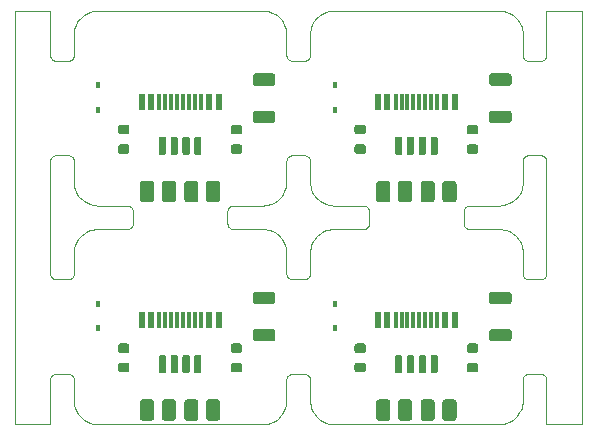
<source format=gbr>
G04 #@! TF.GenerationSoftware,KiCad,Pcbnew,5.1.5+dfsg1-2build2*
G04 #@! TF.CreationDate,2021-03-06T11:28:30+01:00*
G04 #@! TF.ProjectId,sDB_panel,7344425f-7061-46e6-956c-2e6b69636164,rev?*
G04 #@! TF.SameCoordinates,Original*
G04 #@! TF.FileFunction,Paste,Top*
G04 #@! TF.FilePolarity,Positive*
%FSLAX46Y46*%
G04 Gerber Fmt 4.6, Leading zero omitted, Abs format (unit mm)*
G04 Created by KiCad (PCBNEW 5.1.5+dfsg1-2build2) date 2021-03-06 11:28:30*
%MOMM*%
%LPD*%
G04 APERTURE LIST*
G04 #@! TA.AperFunction,Profile*
%ADD10C,0.100000*%
G04 #@! TD*
%ADD11C,0.350000*%
%ADD12R,0.300000X1.450000*%
%ADD13R,0.600000X1.450000*%
%ADD14R,0.450000X0.600000*%
G04 APERTURE END LIST*
D10*
X47999000Y-72258800D02*
X47999000Y-62741200D01*
X48001400Y-72307000D02*
X47999000Y-72258800D01*
X48008400Y-72354600D02*
X48001400Y-72307000D01*
X48020100Y-72401200D02*
X48008400Y-72354600D01*
X48036300Y-72446500D02*
X48020100Y-72401200D01*
X48056900Y-72490000D02*
X48036300Y-72446500D01*
X48081600Y-72531200D02*
X48056900Y-72490000D01*
X48110200Y-72569900D02*
X48081600Y-72531200D01*
X48142500Y-72605500D02*
X48110200Y-72569900D01*
X48178200Y-72637800D02*
X48142500Y-72605500D01*
X48216800Y-72666400D02*
X48178200Y-72637800D01*
X48258000Y-72691100D02*
X48216800Y-72666400D01*
X48301500Y-72711700D02*
X48258000Y-72691100D01*
X48346800Y-72727900D02*
X48301500Y-72711700D01*
X48393400Y-72739600D02*
X48346800Y-72727900D01*
X48441000Y-72746600D02*
X48393400Y-72739600D01*
X48489200Y-72749000D02*
X48441000Y-72746600D01*
X49508800Y-72749000D02*
X48489200Y-72749000D01*
X49557000Y-72746600D02*
X49508800Y-72749000D01*
X49604600Y-72739600D02*
X49557000Y-72746600D01*
X49651200Y-72727900D02*
X49604600Y-72739600D01*
X49696500Y-72711700D02*
X49651200Y-72727900D01*
X49740000Y-72691100D02*
X49696500Y-72711700D01*
X49781200Y-72666400D02*
X49740000Y-72691100D01*
X49819800Y-72637800D02*
X49781200Y-72666400D01*
X49855500Y-72605500D02*
X49819800Y-72637800D01*
X49887800Y-72569900D02*
X49855500Y-72605500D01*
X49916400Y-72531200D02*
X49887800Y-72569900D01*
X49941100Y-72490000D02*
X49916400Y-72531200D01*
X49961700Y-72446500D02*
X49941100Y-72490000D01*
X49977900Y-72401200D02*
X49961700Y-72446500D01*
X49989600Y-72354600D02*
X49977900Y-72401200D01*
X49996600Y-72307000D02*
X49989600Y-72354600D01*
X49999000Y-72258800D02*
X49996600Y-72307000D01*
X49999000Y-70499800D02*
X49999000Y-72258800D01*
X50010100Y-70291100D02*
X49999000Y-70499800D01*
X50041700Y-70090500D02*
X50010100Y-70291100D01*
X50097000Y-69881900D02*
X50041700Y-70090500D01*
X50175000Y-69680300D02*
X50097000Y-69881900D01*
X50267100Y-69499800D02*
X50175000Y-69680300D01*
X50377500Y-69329400D02*
X50267100Y-69499800D01*
X50513300Y-69161000D02*
X50377500Y-69329400D01*
X50661000Y-69013300D02*
X50513300Y-69161000D01*
X50818700Y-68885300D02*
X50661000Y-69013300D01*
X50999800Y-68767100D02*
X50818700Y-68885300D01*
X51186000Y-68672300D02*
X50999800Y-68767100D01*
X51375500Y-68599300D02*
X51186000Y-68672300D01*
X51590500Y-68541700D02*
X51375500Y-68599300D01*
X51791100Y-68510100D02*
X51590500Y-68541700D01*
X52000100Y-68499000D02*
X51791100Y-68510100D01*
X54508800Y-68499000D02*
X52000100Y-68499000D01*
X54557000Y-68496600D02*
X54508800Y-68499000D01*
X54604600Y-68489600D02*
X54557000Y-68496600D01*
X54651200Y-68477900D02*
X54604600Y-68489600D01*
X54696500Y-68461700D02*
X54651200Y-68477900D01*
X54740000Y-68441100D02*
X54696500Y-68461700D01*
X54781200Y-68416400D02*
X54740000Y-68441100D01*
X54819800Y-68387800D02*
X54781200Y-68416400D01*
X54855500Y-68355500D02*
X54819800Y-68387800D01*
X54887800Y-68319800D02*
X54855500Y-68355500D01*
X54916400Y-68281200D02*
X54887800Y-68319800D01*
X54941100Y-68240000D02*
X54916400Y-68281200D01*
X54961700Y-68196500D02*
X54941100Y-68240000D01*
X54977900Y-68151200D02*
X54961700Y-68196500D01*
X54989600Y-68104600D02*
X54977900Y-68151200D01*
X54996600Y-68057000D02*
X54989600Y-68104600D01*
X54999000Y-68008800D02*
X54996600Y-68057000D01*
X54999000Y-66991200D02*
X54999000Y-68008800D01*
X54996600Y-66943000D02*
X54999000Y-66991200D01*
X54989600Y-66895400D02*
X54996600Y-66943000D01*
X54977900Y-66848800D02*
X54989600Y-66895400D01*
X54961700Y-66803500D02*
X54977900Y-66848800D01*
X54941100Y-66760000D02*
X54961700Y-66803500D01*
X54916400Y-66718800D02*
X54941100Y-66760000D01*
X54887800Y-66680200D02*
X54916400Y-66718800D01*
X54855500Y-66644500D02*
X54887800Y-66680200D01*
X54819800Y-66612200D02*
X54855500Y-66644500D01*
X54781200Y-66583600D02*
X54819800Y-66612200D01*
X54740000Y-66558900D02*
X54781200Y-66583600D01*
X54696500Y-66538300D02*
X54740000Y-66558900D01*
X54651200Y-66522100D02*
X54696500Y-66538300D01*
X54604600Y-66510400D02*
X54651200Y-66522100D01*
X54557000Y-66503400D02*
X54604600Y-66510400D01*
X54508800Y-66501000D02*
X54557000Y-66503400D01*
X52003200Y-66501000D02*
X54508800Y-66501000D01*
X51797200Y-66490400D02*
X52003200Y-66501000D01*
X51584200Y-66457200D02*
X51797200Y-66490400D01*
X51381900Y-66403000D02*
X51584200Y-66457200D01*
X51186400Y-66327900D02*
X51381900Y-66403000D01*
X50999300Y-66232600D02*
X51186400Y-66327900D01*
X50824100Y-66118800D02*
X50999300Y-66232600D01*
X50661400Y-65987100D02*
X50824100Y-66118800D01*
X50513300Y-65839000D02*
X50661400Y-65987100D01*
X50385300Y-65681300D02*
X50513300Y-65839000D01*
X50264100Y-65494600D02*
X50385300Y-65681300D01*
X50172000Y-65313500D02*
X50264100Y-65494600D01*
X50095300Y-65112200D02*
X50172000Y-65313500D01*
X50042900Y-64916200D02*
X50095300Y-65112200D01*
X50011000Y-64715700D02*
X50042900Y-64916200D01*
X49999200Y-64503200D02*
X50011000Y-64715700D01*
X49999000Y-62741200D02*
X49999200Y-64503200D01*
X49996600Y-62693000D02*
X49999000Y-62741200D01*
X49989600Y-62645400D02*
X49996600Y-62693000D01*
X49977900Y-62598800D02*
X49989600Y-62645400D01*
X49961700Y-62553500D02*
X49977900Y-62598800D01*
X49941100Y-62510000D02*
X49961700Y-62553500D01*
X49916400Y-62468800D02*
X49941100Y-62510000D01*
X49887800Y-62430200D02*
X49916400Y-62468800D01*
X49855500Y-62394500D02*
X49887800Y-62430200D01*
X49819800Y-62362200D02*
X49855500Y-62394500D01*
X49781200Y-62333600D02*
X49819800Y-62362200D01*
X49740000Y-62308900D02*
X49781200Y-62333600D01*
X49696500Y-62288300D02*
X49740000Y-62308900D01*
X49651200Y-62272100D02*
X49696500Y-62288300D01*
X49604600Y-62260400D02*
X49651200Y-62272100D01*
X49557000Y-62253400D02*
X49604600Y-62260400D01*
X49508800Y-62251000D02*
X49557000Y-62253400D01*
X48489200Y-62251000D02*
X49508800Y-62251000D01*
X48441000Y-62253400D02*
X48489200Y-62251000D01*
X48393400Y-62260400D02*
X48441000Y-62253400D01*
X48346800Y-62272100D02*
X48393400Y-62260400D01*
X48301500Y-62288300D02*
X48346800Y-62272100D01*
X48258000Y-62308900D02*
X48301500Y-62288300D01*
X48216800Y-62333600D02*
X48258000Y-62308900D01*
X48178200Y-62362200D02*
X48216800Y-62333600D01*
X48142500Y-62394500D02*
X48178200Y-62362200D01*
X48110200Y-62430200D02*
X48142500Y-62394500D01*
X48081600Y-62468800D02*
X48110200Y-62430200D01*
X48056900Y-62510000D02*
X48081600Y-62468800D01*
X48036300Y-62553500D02*
X48056900Y-62510000D01*
X48020100Y-62598800D02*
X48036300Y-62553500D01*
X48008400Y-62645400D02*
X48020100Y-62598800D01*
X48001400Y-62693000D02*
X48008400Y-62645400D01*
X47999000Y-62741200D02*
X48001400Y-62693000D01*
X65996700Y-68499000D02*
X63491200Y-68499000D01*
X66208900Y-68510100D02*
X65996700Y-68499000D01*
X66416300Y-68543000D02*
X66208900Y-68510100D01*
X66624500Y-68599300D02*
X66416300Y-68543000D01*
X66813600Y-68672100D02*
X66624500Y-68599300D01*
X66994600Y-68764100D02*
X66813600Y-68672100D01*
X67175900Y-68881200D02*
X66994600Y-68764100D01*
X67338600Y-69013000D02*
X67175900Y-68881200D01*
X67482400Y-69156400D02*
X67338600Y-69013000D01*
X67622400Y-69329400D02*
X67482400Y-69156400D01*
X67732900Y-69499800D02*
X67622400Y-69329400D01*
X67827700Y-69686000D02*
X67732900Y-69499800D01*
X67902800Y-69881500D02*
X67827700Y-69686000D01*
X67955600Y-70077800D02*
X67902800Y-69881500D01*
X67989800Y-70290600D02*
X67955600Y-70077800D01*
X68001000Y-70500100D02*
X67989800Y-70290600D01*
X68001000Y-72258800D02*
X68001000Y-70500100D01*
X68003400Y-72307000D02*
X68001000Y-72258800D01*
X68010400Y-72354600D02*
X68003400Y-72307000D01*
X68022100Y-72401200D02*
X68010400Y-72354600D01*
X68038300Y-72446500D02*
X68022100Y-72401200D01*
X68058900Y-72490000D02*
X68038300Y-72446500D01*
X68083600Y-72531200D02*
X68058900Y-72490000D01*
X68112200Y-72569900D02*
X68083600Y-72531200D01*
X68144500Y-72605500D02*
X68112200Y-72569900D01*
X68180200Y-72637800D02*
X68144500Y-72605500D01*
X68218800Y-72666400D02*
X68180200Y-72637800D01*
X68260000Y-72691100D02*
X68218800Y-72666400D01*
X68303500Y-72711700D02*
X68260000Y-72691100D01*
X68348800Y-72727900D02*
X68303500Y-72711700D01*
X68395400Y-72739600D02*
X68348800Y-72727900D01*
X68443000Y-72746600D02*
X68395400Y-72739600D01*
X68491200Y-72749000D02*
X68443000Y-72746600D01*
X69508800Y-72749000D02*
X68491200Y-72749000D01*
X69557000Y-72746600D02*
X69508800Y-72749000D01*
X69604600Y-72739600D02*
X69557000Y-72746600D01*
X69651200Y-72727900D02*
X69604600Y-72739600D01*
X69696500Y-72711700D02*
X69651200Y-72727900D01*
X69740000Y-72691100D02*
X69696500Y-72711700D01*
X69781200Y-72666400D02*
X69740000Y-72691100D01*
X69819900Y-72637800D02*
X69781200Y-72666400D01*
X69855500Y-72605500D02*
X69819900Y-72637800D01*
X69887800Y-72569900D02*
X69855500Y-72605500D01*
X69916400Y-72531200D02*
X69887800Y-72569900D01*
X69941100Y-72490000D02*
X69916400Y-72531200D01*
X69961700Y-72446500D02*
X69941100Y-72490000D01*
X69977900Y-72401200D02*
X69961700Y-72446500D01*
X69989600Y-72354600D02*
X69977900Y-72401200D01*
X69996600Y-72307000D02*
X69989600Y-72354600D01*
X69999000Y-72258800D02*
X69996600Y-72307000D01*
X69999100Y-70499800D02*
X69999000Y-72258800D01*
X70010100Y-70291100D02*
X69999100Y-70499800D01*
X70041700Y-70090500D02*
X70010100Y-70291100D01*
X70097000Y-69881900D02*
X70041700Y-70090500D01*
X70175000Y-69680300D02*
X70097000Y-69881900D01*
X70267100Y-69499800D02*
X70175000Y-69680300D01*
X70377600Y-69329400D02*
X70267100Y-69499800D01*
X70513300Y-69161000D02*
X70377600Y-69329400D01*
X70661000Y-69013300D02*
X70513300Y-69161000D01*
X70818700Y-68885300D02*
X70661000Y-69013300D01*
X70999800Y-68767100D02*
X70818700Y-68885300D01*
X71186000Y-68672300D02*
X70999800Y-68767100D01*
X71375500Y-68599300D02*
X71186000Y-68672300D01*
X71590500Y-68541700D02*
X71375500Y-68599300D01*
X71791200Y-68510100D02*
X71590500Y-68541700D01*
X72000100Y-68499000D02*
X71791200Y-68510100D01*
X74508800Y-68499000D02*
X72000100Y-68499000D01*
X74557000Y-68496600D02*
X74508800Y-68499000D01*
X74604600Y-68489600D02*
X74557000Y-68496600D01*
X74651200Y-68477900D02*
X74604600Y-68489600D01*
X74696500Y-68461700D02*
X74651200Y-68477900D01*
X74740000Y-68441100D02*
X74696500Y-68461700D01*
X74781200Y-68416400D02*
X74740000Y-68441100D01*
X74819900Y-68387800D02*
X74781200Y-68416400D01*
X74855500Y-68355500D02*
X74819900Y-68387800D01*
X74887800Y-68319800D02*
X74855500Y-68355500D01*
X74916400Y-68281200D02*
X74887800Y-68319800D01*
X74941100Y-68240000D02*
X74916400Y-68281200D01*
X74961700Y-68196500D02*
X74941100Y-68240000D01*
X74977900Y-68151200D02*
X74961700Y-68196500D01*
X74989600Y-68104600D02*
X74977900Y-68151200D01*
X74996600Y-68057000D02*
X74989600Y-68104600D01*
X74999000Y-68008800D02*
X74996600Y-68057000D01*
X74999000Y-66991200D02*
X74999000Y-68008800D01*
X74996600Y-66943000D02*
X74999000Y-66991200D01*
X74989600Y-66895400D02*
X74996600Y-66943000D01*
X74977900Y-66848800D02*
X74989600Y-66895400D01*
X74961700Y-66803500D02*
X74977900Y-66848800D01*
X74941100Y-66760000D02*
X74961700Y-66803500D01*
X74916400Y-66718800D02*
X74941100Y-66760000D01*
X74887800Y-66680200D02*
X74916400Y-66718800D01*
X74855500Y-66644500D02*
X74887800Y-66680200D01*
X74819900Y-66612200D02*
X74855500Y-66644500D01*
X74781200Y-66583600D02*
X74819900Y-66612200D01*
X74740000Y-66558900D02*
X74781200Y-66583600D01*
X74696500Y-66538300D02*
X74740000Y-66558900D01*
X74651200Y-66522100D02*
X74696500Y-66538300D01*
X74604600Y-66510400D02*
X74651200Y-66522100D01*
X74557000Y-66503400D02*
X74604600Y-66510400D01*
X74508800Y-66501000D02*
X74557000Y-66503400D01*
X72003200Y-66501000D02*
X74508800Y-66501000D01*
X71791100Y-66489900D02*
X72003200Y-66501000D01*
X71583700Y-66457000D02*
X71791100Y-66489900D01*
X71375500Y-66400700D02*
X71583700Y-66457000D01*
X71186400Y-66327900D02*
X71375500Y-66400700D01*
X71005400Y-66235900D02*
X71186400Y-66327900D01*
X70824100Y-66118800D02*
X71005400Y-66235900D01*
X70661400Y-65987100D02*
X70824100Y-66118800D01*
X70517700Y-65843600D02*
X70661400Y-65987100D01*
X70377600Y-65670600D02*
X70517700Y-65843600D01*
X70267100Y-65500200D02*
X70377600Y-65670600D01*
X70172300Y-65314000D02*
X70267100Y-65500200D01*
X70097200Y-65118500D02*
X70172300Y-65314000D01*
X70044400Y-64922200D02*
X70097200Y-65118500D01*
X70010200Y-64709400D02*
X70044400Y-64922200D01*
X69999000Y-64499900D02*
X70010200Y-64709400D01*
X69999000Y-62741200D02*
X69999000Y-64499900D01*
X69996600Y-62693000D02*
X69999000Y-62741200D01*
X69989600Y-62645400D02*
X69996600Y-62693000D01*
X69977900Y-62598800D02*
X69989600Y-62645400D01*
X69961700Y-62553500D02*
X69977900Y-62598800D01*
X69941100Y-62510000D02*
X69961700Y-62553500D01*
X69916400Y-62468800D02*
X69941100Y-62510000D01*
X69887800Y-62430200D02*
X69916400Y-62468800D01*
X69855500Y-62394500D02*
X69887800Y-62430200D01*
X69819800Y-62362200D02*
X69855500Y-62394500D01*
X69781200Y-62333600D02*
X69819800Y-62362200D01*
X69740000Y-62308900D02*
X69781200Y-62333600D01*
X69696500Y-62288300D02*
X69740000Y-62308900D01*
X69651200Y-62272100D02*
X69696500Y-62288300D01*
X69604600Y-62260400D02*
X69651200Y-62272100D01*
X69557000Y-62253400D02*
X69604600Y-62260400D01*
X69508800Y-62251000D02*
X69557000Y-62253400D01*
X68491200Y-62251000D02*
X69508800Y-62251000D01*
X68443000Y-62253400D02*
X68491200Y-62251000D01*
X68395400Y-62260400D02*
X68443000Y-62253400D01*
X68348800Y-62272100D02*
X68395400Y-62260400D01*
X68303500Y-62288300D02*
X68348800Y-62272100D01*
X68260000Y-62308900D02*
X68303500Y-62288300D01*
X68218800Y-62333600D02*
X68260000Y-62308900D01*
X68180200Y-62362200D02*
X68218800Y-62333600D01*
X68144500Y-62394500D02*
X68180200Y-62362200D01*
X68112200Y-62430200D02*
X68144500Y-62394500D01*
X68083600Y-62468800D02*
X68112200Y-62430200D01*
X68058900Y-62510000D02*
X68083600Y-62468800D01*
X68038300Y-62553500D02*
X68058900Y-62510000D01*
X68022100Y-62598800D02*
X68038300Y-62553500D01*
X68010400Y-62645400D02*
X68022100Y-62598800D01*
X68003400Y-62693000D02*
X68010400Y-62645400D01*
X68001000Y-62741200D02*
X68003400Y-62693000D01*
X68001000Y-64496800D02*
X68001000Y-62741200D01*
X67989800Y-64709400D02*
X68001000Y-64496800D01*
X67955600Y-64922400D02*
X67989800Y-64709400D01*
X67903000Y-65118100D02*
X67955600Y-64922400D01*
X67830400Y-65307700D02*
X67903000Y-65118100D01*
X67732900Y-65500200D02*
X67830400Y-65307700D01*
X67614700Y-65681300D02*
X67732900Y-65500200D01*
X67486700Y-65839000D02*
X67614700Y-65681300D01*
X67339000Y-65986700D02*
X67486700Y-65839000D01*
X67176200Y-66118600D02*
X67339000Y-65986700D01*
X67006100Y-66229300D02*
X67176200Y-66118600D01*
X66807700Y-66330400D02*
X67006100Y-66229300D01*
X66618000Y-66403000D02*
X66807700Y-66330400D01*
X66415700Y-66457200D02*
X66618000Y-66403000D01*
X66209400Y-66489800D02*
X66415700Y-66457200D01*
X65999900Y-66501000D02*
X66209400Y-66489800D01*
X63491200Y-66501000D02*
X65999900Y-66501000D01*
X63443000Y-66503400D02*
X63491200Y-66501000D01*
X63395400Y-66510400D02*
X63443000Y-66503400D01*
X63348800Y-66522100D02*
X63395400Y-66510400D01*
X63303500Y-66538300D02*
X63348800Y-66522100D01*
X63260000Y-66558900D02*
X63303500Y-66538300D01*
X63218800Y-66583600D02*
X63260000Y-66558900D01*
X63180200Y-66612200D02*
X63218800Y-66583600D01*
X63144500Y-66644500D02*
X63180200Y-66612200D01*
X63112200Y-66680200D02*
X63144500Y-66644500D01*
X63083600Y-66718800D02*
X63112200Y-66680200D01*
X63058900Y-66760000D02*
X63083600Y-66718800D01*
X63038300Y-66803500D02*
X63058900Y-66760000D01*
X63022100Y-66848800D02*
X63038300Y-66803500D01*
X63010400Y-66895400D02*
X63022100Y-66848800D01*
X63003400Y-66943000D02*
X63010400Y-66895400D01*
X63001000Y-66991200D02*
X63003400Y-66943000D01*
X63001000Y-68008800D02*
X63001000Y-66991200D01*
X63003400Y-68057000D02*
X63001000Y-68008800D01*
X63010400Y-68104600D02*
X63003400Y-68057000D01*
X63022100Y-68151200D02*
X63010400Y-68104600D01*
X63038300Y-68196500D02*
X63022100Y-68151200D01*
X63058900Y-68240000D02*
X63038300Y-68196500D01*
X63083600Y-68281200D02*
X63058900Y-68240000D01*
X63112200Y-68319900D02*
X63083600Y-68281200D01*
X63144500Y-68355500D02*
X63112200Y-68319900D01*
X63180200Y-68387800D02*
X63144500Y-68355500D01*
X63218800Y-68416400D02*
X63180200Y-68387800D01*
X63260000Y-68441100D02*
X63218800Y-68416400D01*
X63303500Y-68461700D02*
X63260000Y-68441100D01*
X63348800Y-68477900D02*
X63303500Y-68461700D01*
X63395400Y-68489600D02*
X63348800Y-68477900D01*
X63443000Y-68496600D02*
X63395400Y-68489600D01*
X63491200Y-68499000D02*
X63443000Y-68496600D01*
X90000000Y-62741200D02*
X90000000Y-72258800D01*
X89997600Y-62693000D02*
X90000000Y-62741200D01*
X89990600Y-62645400D02*
X89997600Y-62693000D01*
X89978900Y-62598800D02*
X89990600Y-62645400D01*
X89962700Y-62553500D02*
X89978900Y-62598800D01*
X89942100Y-62510000D02*
X89962700Y-62553500D01*
X89917400Y-62468800D02*
X89942100Y-62510000D01*
X89888800Y-62430200D02*
X89917400Y-62468800D01*
X89856500Y-62394500D02*
X89888800Y-62430200D01*
X89820900Y-62362200D02*
X89856500Y-62394500D01*
X89782200Y-62333600D02*
X89820900Y-62362200D01*
X89741000Y-62308900D02*
X89782200Y-62333600D01*
X89697500Y-62288300D02*
X89741000Y-62308900D01*
X89652300Y-62272100D02*
X89697500Y-62288300D01*
X89605600Y-62260400D02*
X89652300Y-62272100D01*
X89558000Y-62253400D02*
X89605600Y-62260400D01*
X89509800Y-62251000D02*
X89558000Y-62253400D01*
X88491300Y-62251000D02*
X89509800Y-62251000D01*
X88443000Y-62253400D02*
X88491300Y-62251000D01*
X88395400Y-62260400D02*
X88443000Y-62253400D01*
X88348800Y-62272100D02*
X88395400Y-62260400D01*
X88303500Y-62288300D02*
X88348800Y-62272100D01*
X88260000Y-62308900D02*
X88303500Y-62288300D01*
X88218800Y-62333600D02*
X88260000Y-62308900D01*
X88180200Y-62362200D02*
X88218800Y-62333600D01*
X88144500Y-62394500D02*
X88180200Y-62362200D01*
X88112200Y-62430200D02*
X88144500Y-62394500D01*
X88083600Y-62468800D02*
X88112200Y-62430200D01*
X88058900Y-62510000D02*
X88083600Y-62468800D01*
X88038300Y-62553500D02*
X88058900Y-62510000D01*
X88022100Y-62598800D02*
X88038300Y-62553500D01*
X88010400Y-62645400D02*
X88022100Y-62598800D01*
X88003400Y-62693000D02*
X88010400Y-62645400D01*
X88001000Y-62741200D02*
X88003400Y-62693000D01*
X88001000Y-64500200D02*
X88001000Y-62741200D01*
X87989900Y-64708900D02*
X88001000Y-64500200D01*
X87958300Y-64909500D02*
X87989900Y-64708900D01*
X87903000Y-65118100D02*
X87958300Y-64909500D01*
X87825000Y-65319800D02*
X87903000Y-65118100D01*
X87732900Y-65500200D02*
X87825000Y-65319800D01*
X87622500Y-65670600D02*
X87732900Y-65500200D01*
X87486700Y-65839000D02*
X87622500Y-65670600D01*
X87339000Y-65986700D02*
X87486700Y-65839000D01*
X87181300Y-66114700D02*
X87339000Y-65986700D01*
X87000200Y-66232900D02*
X87181300Y-66114700D01*
X86814000Y-66327700D02*
X87000200Y-66232900D01*
X86624500Y-66400700D02*
X86814000Y-66327700D01*
X86409500Y-66458300D02*
X86624500Y-66400700D01*
X86208900Y-66489900D02*
X86409500Y-66458300D01*
X85999900Y-66501000D02*
X86208900Y-66489900D01*
X83491300Y-66501000D02*
X85999900Y-66501000D01*
X83443000Y-66503400D02*
X83491300Y-66501000D01*
X83395400Y-66510400D02*
X83443000Y-66503400D01*
X83348800Y-66522100D02*
X83395400Y-66510400D01*
X83303500Y-66538300D02*
X83348800Y-66522100D01*
X83260000Y-66558900D02*
X83303500Y-66538300D01*
X83218800Y-66583600D02*
X83260000Y-66558900D01*
X83180200Y-66612200D02*
X83218800Y-66583600D01*
X83144500Y-66644500D02*
X83180200Y-66612200D01*
X83112200Y-66680200D02*
X83144500Y-66644500D01*
X83083600Y-66718800D02*
X83112200Y-66680200D01*
X83058900Y-66760000D02*
X83083600Y-66718800D01*
X83038300Y-66803500D02*
X83058900Y-66760000D01*
X83022100Y-66848800D02*
X83038300Y-66803500D01*
X83010400Y-66895400D02*
X83022100Y-66848800D01*
X83003400Y-66943000D02*
X83010400Y-66895400D01*
X83001000Y-66991200D02*
X83003400Y-66943000D01*
X83001000Y-68008800D02*
X83001000Y-66991200D01*
X83003400Y-68057000D02*
X83001000Y-68008800D01*
X83010400Y-68104600D02*
X83003400Y-68057000D01*
X83022100Y-68151200D02*
X83010400Y-68104600D01*
X83038300Y-68196500D02*
X83022100Y-68151200D01*
X83058900Y-68240000D02*
X83038300Y-68196500D01*
X83083600Y-68281200D02*
X83058900Y-68240000D01*
X83112200Y-68319900D02*
X83083600Y-68281200D01*
X83144500Y-68355500D02*
X83112200Y-68319900D01*
X83180200Y-68387800D02*
X83144500Y-68355500D01*
X83218800Y-68416400D02*
X83180200Y-68387800D01*
X83260000Y-68441100D02*
X83218800Y-68416400D01*
X83303500Y-68461700D02*
X83260000Y-68441100D01*
X83348800Y-68477900D02*
X83303500Y-68461700D01*
X83395400Y-68489600D02*
X83348800Y-68477900D01*
X83443000Y-68496600D02*
X83395400Y-68489600D01*
X83491300Y-68499000D02*
X83443000Y-68496600D01*
X85996900Y-68499000D02*
X83491300Y-68499000D01*
X86202800Y-68509600D02*
X85996900Y-68499000D01*
X86415800Y-68542900D02*
X86202800Y-68509600D01*
X86618100Y-68597000D02*
X86415800Y-68542900D01*
X86813600Y-68672100D02*
X86618100Y-68597000D01*
X87000700Y-68767400D02*
X86813600Y-68672100D01*
X87175900Y-68881200D02*
X87000700Y-68767400D01*
X87338600Y-69013000D02*
X87175900Y-68881200D01*
X87486800Y-69161000D02*
X87338600Y-69013000D01*
X87614700Y-69318700D02*
X87486800Y-69161000D01*
X87735900Y-69505400D02*
X87614700Y-69318700D01*
X87828000Y-69686500D02*
X87735900Y-69505400D01*
X87904700Y-69887800D02*
X87828000Y-69686500D01*
X87957100Y-70083800D02*
X87904700Y-69887800D01*
X87989000Y-70284300D02*
X87957100Y-70083800D01*
X88000800Y-70496800D02*
X87989000Y-70284300D01*
X88001000Y-72258800D02*
X88000800Y-70496800D01*
X88003400Y-72307000D02*
X88001000Y-72258800D01*
X88010400Y-72354600D02*
X88003400Y-72307000D01*
X88022100Y-72401200D02*
X88010400Y-72354600D01*
X88038300Y-72446500D02*
X88022100Y-72401200D01*
X88058900Y-72490000D02*
X88038300Y-72446500D01*
X88083600Y-72531200D02*
X88058900Y-72490000D01*
X88112200Y-72569900D02*
X88083600Y-72531200D01*
X88144500Y-72605500D02*
X88112200Y-72569900D01*
X88180200Y-72637800D02*
X88144500Y-72605500D01*
X88218800Y-72666400D02*
X88180200Y-72637800D01*
X88260000Y-72691100D02*
X88218800Y-72666400D01*
X88303500Y-72711700D02*
X88260000Y-72691100D01*
X88348800Y-72727900D02*
X88303500Y-72711700D01*
X88395400Y-72739600D02*
X88348800Y-72727900D01*
X88443000Y-72746600D02*
X88395400Y-72739600D01*
X88491200Y-72749000D02*
X88443000Y-72746600D01*
X89509800Y-72749000D02*
X88491200Y-72749000D01*
X89558000Y-72746600D02*
X89509800Y-72749000D01*
X89605600Y-72739600D02*
X89558000Y-72746600D01*
X89652300Y-72727900D02*
X89605600Y-72739600D01*
X89697500Y-72711700D02*
X89652300Y-72727900D01*
X89741000Y-72691100D02*
X89697500Y-72711700D01*
X89782200Y-72666400D02*
X89741000Y-72691100D01*
X89820900Y-72637800D02*
X89782200Y-72666400D01*
X89856500Y-72605500D02*
X89820900Y-72637800D01*
X89888800Y-72569900D02*
X89856500Y-72605500D01*
X89917400Y-72531200D02*
X89888800Y-72569900D01*
X89942100Y-72490000D02*
X89917400Y-72531200D01*
X89962700Y-72446500D02*
X89942100Y-72490000D01*
X89978900Y-72401200D02*
X89962700Y-72446500D01*
X89990600Y-72354600D02*
X89978900Y-72401200D01*
X89997600Y-72307000D02*
X89990600Y-72354600D01*
X90000000Y-72258800D02*
X89997600Y-72307000D01*
X47986700Y-49999000D02*
X45009600Y-49999100D01*
X47992300Y-49999700D02*
X47986700Y-49999000D01*
X47996900Y-50003100D02*
X47992300Y-49999700D01*
X47999000Y-50011300D02*
X47996900Y-50003100D01*
X47999000Y-53758800D02*
X47999000Y-50011300D01*
X48001400Y-53807000D02*
X47999000Y-53758800D01*
X48008400Y-53854600D02*
X48001400Y-53807000D01*
X48020100Y-53901200D02*
X48008400Y-53854600D01*
X48036300Y-53946500D02*
X48020100Y-53901200D01*
X48056900Y-53990000D02*
X48036300Y-53946500D01*
X48081600Y-54031200D02*
X48056900Y-53990000D01*
X48110200Y-54069800D02*
X48081600Y-54031200D01*
X48142500Y-54105500D02*
X48110200Y-54069800D01*
X48178200Y-54137800D02*
X48142500Y-54105500D01*
X48216800Y-54166400D02*
X48178200Y-54137800D01*
X48258000Y-54191100D02*
X48216800Y-54166400D01*
X48301500Y-54211700D02*
X48258000Y-54191100D01*
X48346800Y-54227900D02*
X48301500Y-54211700D01*
X48393400Y-54239600D02*
X48346800Y-54227900D01*
X48441000Y-54246600D02*
X48393400Y-54239600D01*
X48489200Y-54249000D02*
X48441000Y-54246600D01*
X49508800Y-54249000D02*
X48489200Y-54249000D01*
X49557000Y-54246600D02*
X49508800Y-54249000D01*
X49604600Y-54239600D02*
X49557000Y-54246600D01*
X49651200Y-54227900D02*
X49604600Y-54239600D01*
X49696500Y-54211700D02*
X49651200Y-54227900D01*
X49740000Y-54191100D02*
X49696500Y-54211700D01*
X49781200Y-54166400D02*
X49740000Y-54191100D01*
X49819800Y-54137800D02*
X49781200Y-54166400D01*
X49855500Y-54105500D02*
X49819800Y-54137800D01*
X49887800Y-54069800D02*
X49855500Y-54105500D01*
X49916400Y-54031200D02*
X49887800Y-54069800D01*
X49941100Y-53990000D02*
X49916400Y-54031200D01*
X49961700Y-53946500D02*
X49941100Y-53990000D01*
X49977900Y-53901200D02*
X49961700Y-53946500D01*
X49989600Y-53854600D02*
X49977900Y-53901200D01*
X49996600Y-53807000D02*
X49989600Y-53854600D01*
X49999000Y-53758800D02*
X49996600Y-53807000D01*
X49999000Y-52003200D02*
X49999000Y-53758800D01*
X50010100Y-51791100D02*
X49999000Y-52003200D01*
X50042900Y-51584200D02*
X50010100Y-51791100D01*
X50095200Y-51388100D02*
X50042900Y-51584200D01*
X50172300Y-51185900D02*
X50095200Y-51388100D01*
X50270700Y-50994000D02*
X50172300Y-51185900D01*
X50381200Y-50824100D02*
X50270700Y-50994000D01*
X50508800Y-50666200D02*
X50381200Y-50824100D01*
X50661000Y-50513300D02*
X50508800Y-50666200D01*
X50824200Y-50381100D02*
X50661000Y-50513300D01*
X51005400Y-50264100D02*
X50824200Y-50381100D01*
X51186000Y-50172300D02*
X51005400Y-50264100D01*
X51375500Y-50099300D02*
X51186000Y-50172300D01*
X51583800Y-50042900D02*
X51375500Y-50099300D01*
X51791100Y-50010100D02*
X51583800Y-50042900D01*
X52003300Y-49999000D02*
X51791100Y-50010100D01*
X65996700Y-49999000D02*
X52003300Y-49999000D01*
X66209400Y-50010200D02*
X65996700Y-49999000D01*
X66422200Y-50044400D02*
X66209400Y-50010200D01*
X66618600Y-50097200D02*
X66422200Y-50044400D01*
X66814100Y-50172300D02*
X66618600Y-50097200D01*
X67000700Y-50267400D02*
X66814100Y-50172300D01*
X67181300Y-50385300D02*
X67000700Y-50267400D01*
X67343600Y-50517600D02*
X67181300Y-50385300D01*
X67486700Y-50661000D02*
X67343600Y-50517600D01*
X67614700Y-50818700D02*
X67486700Y-50661000D01*
X67732600Y-50999400D02*
X67614700Y-50818700D01*
X67825100Y-51180500D02*
X67732600Y-50999400D01*
X67904800Y-51388000D02*
X67825100Y-51180500D01*
X67957200Y-51584300D02*
X67904800Y-51388000D01*
X67990400Y-51797200D02*
X67957200Y-51584300D01*
X68001000Y-52003100D02*
X67990400Y-51797200D01*
X68001000Y-53758800D02*
X68001000Y-52003100D01*
X68003400Y-53807000D02*
X68001000Y-53758800D01*
X68010400Y-53854600D02*
X68003400Y-53807000D01*
X68022100Y-53901200D02*
X68010400Y-53854600D01*
X68038300Y-53946500D02*
X68022100Y-53901200D01*
X68058900Y-53990000D02*
X68038300Y-53946500D01*
X68083600Y-54031200D02*
X68058900Y-53990000D01*
X68112200Y-54069800D02*
X68083600Y-54031200D01*
X68144500Y-54105500D02*
X68112200Y-54069800D01*
X68180200Y-54137800D02*
X68144500Y-54105500D01*
X68218800Y-54166400D02*
X68180200Y-54137800D01*
X68260000Y-54191100D02*
X68218800Y-54166400D01*
X68303500Y-54211700D02*
X68260000Y-54191100D01*
X68348800Y-54227900D02*
X68303500Y-54211700D01*
X68395400Y-54239600D02*
X68348800Y-54227900D01*
X68443000Y-54246600D02*
X68395400Y-54239600D01*
X68491200Y-54249000D02*
X68443000Y-54246600D01*
X69508800Y-54249000D02*
X68491200Y-54249000D01*
X69557000Y-54246600D02*
X69508800Y-54249000D01*
X69604600Y-54239600D02*
X69557000Y-54246600D01*
X69651200Y-54227900D02*
X69604600Y-54239600D01*
X69696500Y-54211700D02*
X69651200Y-54227900D01*
X69740000Y-54191100D02*
X69696500Y-54211700D01*
X69781200Y-54166400D02*
X69740000Y-54191100D01*
X69819900Y-54137800D02*
X69781200Y-54166400D01*
X69855500Y-54105500D02*
X69819900Y-54137800D01*
X69887800Y-54069800D02*
X69855500Y-54105500D01*
X69916400Y-54031200D02*
X69887800Y-54069800D01*
X69941100Y-53990000D02*
X69916400Y-54031200D01*
X69961700Y-53946500D02*
X69941100Y-53990000D01*
X69977900Y-53901200D02*
X69961700Y-53946500D01*
X69989600Y-53854600D02*
X69977900Y-53901200D01*
X69996600Y-53807000D02*
X69989600Y-53854600D01*
X69999000Y-53758800D02*
X69996600Y-53807000D01*
X69999000Y-52003300D02*
X69999000Y-53758800D01*
X70010100Y-51791100D02*
X69999000Y-52003300D01*
X70044400Y-51577600D02*
X70010100Y-51791100D01*
X70097200Y-51381400D02*
X70044400Y-51577600D01*
X70172100Y-51186400D02*
X70097200Y-51381400D01*
X70267100Y-50999800D02*
X70172100Y-51186400D01*
X70381500Y-50823700D02*
X70267100Y-50999800D01*
X70513300Y-50661000D02*
X70381500Y-50823700D01*
X70666200Y-50508800D02*
X70513300Y-50661000D01*
X70829400Y-50377600D02*
X70666200Y-50508800D01*
X70999400Y-50267400D02*
X70829400Y-50377600D01*
X71180200Y-50175000D02*
X70999400Y-50267400D01*
X71381500Y-50097200D02*
X71180200Y-50175000D01*
X71583800Y-50042900D02*
X71381500Y-50097200D01*
X71791200Y-50010100D02*
X71583800Y-50042900D01*
X72003300Y-49999000D02*
X71791200Y-50010100D01*
X85996700Y-49999000D02*
X72003300Y-49999000D01*
X86209400Y-50010200D02*
X85996700Y-49999000D01*
X86422400Y-50044400D02*
X86209400Y-50010200D01*
X86618100Y-50097000D02*
X86422400Y-50044400D01*
X86807700Y-50169600D02*
X86618100Y-50097000D01*
X87000200Y-50267100D02*
X86807700Y-50169600D01*
X87175900Y-50381200D02*
X87000200Y-50267100D01*
X87339000Y-50513300D02*
X87175900Y-50381200D01*
X87491200Y-50666200D02*
X87339000Y-50513300D01*
X87618600Y-50823800D02*
X87491200Y-50666200D01*
X87729300Y-50993900D02*
X87618600Y-50823800D01*
X87827800Y-51186000D02*
X87729300Y-50993900D01*
X87902800Y-51381500D02*
X87827800Y-51186000D01*
X87955600Y-51577600D02*
X87902800Y-51381500D01*
X87989900Y-51791100D02*
X87955600Y-51577600D01*
X88001000Y-52003100D02*
X87989900Y-51791100D01*
X88001000Y-53758800D02*
X88001000Y-52003100D01*
X88003400Y-53807000D02*
X88001000Y-53758800D01*
X88010400Y-53854600D02*
X88003400Y-53807000D01*
X88022100Y-53901200D02*
X88010400Y-53854600D01*
X88038300Y-53946500D02*
X88022100Y-53901200D01*
X88058900Y-53990000D02*
X88038300Y-53946500D01*
X88083600Y-54031200D02*
X88058900Y-53990000D01*
X88112200Y-54069800D02*
X88083600Y-54031200D01*
X88144500Y-54105500D02*
X88112200Y-54069800D01*
X88180200Y-54137800D02*
X88144500Y-54105500D01*
X88218800Y-54166400D02*
X88180200Y-54137800D01*
X88260000Y-54191100D02*
X88218800Y-54166400D01*
X88303500Y-54211700D02*
X88260000Y-54191100D01*
X88348800Y-54227900D02*
X88303500Y-54211700D01*
X88395400Y-54239600D02*
X88348800Y-54227900D01*
X88443000Y-54246600D02*
X88395400Y-54239600D01*
X88491200Y-54249000D02*
X88443000Y-54246600D01*
X89509800Y-54249000D02*
X88491200Y-54249000D01*
X89558000Y-54246600D02*
X89509800Y-54249000D01*
X89605600Y-54239600D02*
X89558000Y-54246600D01*
X89652300Y-54227900D02*
X89605600Y-54239600D01*
X89697500Y-54211700D02*
X89652300Y-54227900D01*
X89741000Y-54191100D02*
X89697500Y-54211700D01*
X89782200Y-54166400D02*
X89741000Y-54191100D01*
X89820900Y-54137800D02*
X89782200Y-54166400D01*
X89856500Y-54105500D02*
X89820900Y-54137800D01*
X89888800Y-54069800D02*
X89856500Y-54105500D01*
X89917400Y-54031200D02*
X89888800Y-54069800D01*
X89942100Y-53990000D02*
X89917400Y-54031200D01*
X89962700Y-53946500D02*
X89942100Y-53990000D01*
X89978900Y-53901200D02*
X89962700Y-53946500D01*
X89990600Y-53854600D02*
X89978900Y-53901200D01*
X89997600Y-53807000D02*
X89990600Y-53854600D01*
X90000000Y-53758800D02*
X89997600Y-53807000D01*
X90000000Y-50011300D02*
X90000000Y-53758800D01*
X90002700Y-50002400D02*
X90000000Y-50011300D01*
X90006800Y-49999700D02*
X90002700Y-50002400D01*
X90012300Y-49999000D02*
X90006800Y-49999700D01*
X92988700Y-49999000D02*
X90012300Y-49999000D01*
X92996900Y-50001100D02*
X92988700Y-49999000D01*
X93000300Y-50005700D02*
X92996900Y-50001100D01*
X93001000Y-50011300D02*
X93000300Y-50005700D01*
X93001000Y-84988700D02*
X93001000Y-50011300D01*
X92998900Y-84996900D02*
X93001000Y-84988700D01*
X92994300Y-85000300D02*
X92998900Y-84996900D01*
X92988700Y-85001000D02*
X92994300Y-85000300D01*
X90012300Y-85001000D02*
X92988700Y-85001000D01*
X90006800Y-85000300D02*
X90012300Y-85001000D01*
X90002700Y-84997600D02*
X90006800Y-85000300D01*
X90000000Y-84988700D02*
X90002700Y-84997600D01*
X90000000Y-81241300D02*
X90000000Y-84988700D01*
X89997600Y-81193000D02*
X90000000Y-81241300D01*
X89990600Y-81145400D02*
X89997600Y-81193000D01*
X89978900Y-81098800D02*
X89990600Y-81145400D01*
X89962700Y-81053500D02*
X89978900Y-81098800D01*
X89942100Y-81010000D02*
X89962700Y-81053500D01*
X89917400Y-80968800D02*
X89942100Y-81010000D01*
X89888800Y-80930200D02*
X89917400Y-80968800D01*
X89856500Y-80894500D02*
X89888800Y-80930200D01*
X89820900Y-80862200D02*
X89856500Y-80894500D01*
X89782200Y-80833600D02*
X89820900Y-80862200D01*
X89741000Y-80808900D02*
X89782200Y-80833600D01*
X89697500Y-80788300D02*
X89741000Y-80808900D01*
X89652300Y-80772100D02*
X89697500Y-80788300D01*
X89605600Y-80760400D02*
X89652300Y-80772100D01*
X89558000Y-80753400D02*
X89605600Y-80760400D01*
X89509800Y-80751000D02*
X89558000Y-80753400D01*
X88491300Y-80751000D02*
X89509800Y-80751000D01*
X88443000Y-80753400D02*
X88491300Y-80751000D01*
X88395400Y-80760400D02*
X88443000Y-80753400D01*
X88348800Y-80772100D02*
X88395400Y-80760400D01*
X88303500Y-80788300D02*
X88348800Y-80772100D01*
X88260000Y-80808900D02*
X88303500Y-80788300D01*
X88218800Y-80833600D02*
X88260000Y-80808900D01*
X88180200Y-80862200D02*
X88218800Y-80833600D01*
X88144500Y-80894500D02*
X88180200Y-80862200D01*
X88112200Y-80930200D02*
X88144500Y-80894500D01*
X88083600Y-80968800D02*
X88112200Y-80930200D01*
X88058900Y-81010000D02*
X88083600Y-80968800D01*
X88038300Y-81053500D02*
X88058900Y-81010000D01*
X88022100Y-81098800D02*
X88038300Y-81053500D01*
X88010400Y-81145400D02*
X88022100Y-81098800D01*
X88003400Y-81193000D02*
X88010400Y-81145400D01*
X88001000Y-81241300D02*
X88003400Y-81193000D01*
X88001000Y-82996900D02*
X88001000Y-81241300D01*
X87989900Y-83208900D02*
X88001000Y-82996900D01*
X87957200Y-83415800D02*
X87989900Y-83208900D01*
X87904800Y-83612000D02*
X87957200Y-83415800D01*
X87827700Y-83814100D02*
X87904800Y-83612000D01*
X87729300Y-84006000D02*
X87827700Y-83814100D01*
X87618800Y-84175900D02*
X87729300Y-84006000D01*
X87491200Y-84333800D02*
X87618800Y-84175900D01*
X87339000Y-84486800D02*
X87491200Y-84333800D01*
X87176300Y-84618600D02*
X87339000Y-84486800D01*
X87000200Y-84732900D02*
X87176300Y-84618600D01*
X86807700Y-84830400D02*
X87000200Y-84732900D01*
X86618500Y-84902800D02*
X86807700Y-84830400D01*
X86422400Y-84955600D02*
X86618500Y-84902800D01*
X86209400Y-84989800D02*
X86422400Y-84955600D01*
X85996700Y-85001000D02*
X86209400Y-84989800D01*
X72003300Y-85001000D02*
X85996700Y-85001000D01*
X71791100Y-84989900D02*
X72003300Y-85001000D01*
X71583700Y-84957100D02*
X71791100Y-84989900D01*
X71381400Y-84902800D02*
X71583700Y-84957100D01*
X71180300Y-84825000D02*
X71381400Y-84902800D01*
X70994000Y-84729300D02*
X71180300Y-84825000D01*
X70824100Y-84618800D02*
X70994000Y-84729300D01*
X70666200Y-84491200D02*
X70824100Y-84618800D01*
X70513300Y-84339000D02*
X70666200Y-84491200D01*
X70381400Y-84176300D02*
X70513300Y-84339000D01*
X70267400Y-84000600D02*
X70381400Y-84176300D01*
X70172000Y-83813600D02*
X70267400Y-84000600D01*
X70097200Y-83618500D02*
X70172000Y-83813600D01*
X70044400Y-83422400D02*
X70097200Y-83618500D01*
X70010100Y-83208900D02*
X70044400Y-83422400D01*
X69999000Y-82996700D02*
X70010100Y-83208900D01*
X69999000Y-81241300D02*
X69999000Y-82996700D01*
X69996600Y-81193000D02*
X69999000Y-81241300D01*
X69989600Y-81145400D02*
X69996600Y-81193000D01*
X69977900Y-81098800D02*
X69989600Y-81145400D01*
X69961700Y-81053500D02*
X69977900Y-81098800D01*
X69941100Y-81010000D02*
X69961700Y-81053500D01*
X69916400Y-80968800D02*
X69941100Y-81010000D01*
X69887800Y-80930200D02*
X69916400Y-80968800D01*
X69855500Y-80894500D02*
X69887800Y-80930200D01*
X69819800Y-80862200D02*
X69855500Y-80894500D01*
X69781200Y-80833600D02*
X69819800Y-80862200D01*
X69740000Y-80808900D02*
X69781200Y-80833600D01*
X69696500Y-80788300D02*
X69740000Y-80808900D01*
X69651200Y-80772100D02*
X69696500Y-80788300D01*
X69604600Y-80760400D02*
X69651200Y-80772100D01*
X69557000Y-80753400D02*
X69604600Y-80760400D01*
X69508800Y-80751000D02*
X69557000Y-80753400D01*
X68491200Y-80751000D02*
X69508800Y-80751000D01*
X68443000Y-80753400D02*
X68491200Y-80751000D01*
X68395400Y-80760400D02*
X68443000Y-80753400D01*
X68348800Y-80772100D02*
X68395400Y-80760400D01*
X68303500Y-80788300D02*
X68348800Y-80772100D01*
X68260000Y-80808900D02*
X68303500Y-80788300D01*
X68218800Y-80833600D02*
X68260000Y-80808900D01*
X68180200Y-80862200D02*
X68218800Y-80833600D01*
X68144500Y-80894500D02*
X68180200Y-80862200D01*
X68112200Y-80930200D02*
X68144500Y-80894500D01*
X68083600Y-80968800D02*
X68112200Y-80930200D01*
X68058900Y-81010000D02*
X68083600Y-80968800D01*
X68038300Y-81053500D02*
X68058900Y-81010000D01*
X68022100Y-81098800D02*
X68038300Y-81053500D01*
X68010400Y-81145400D02*
X68022100Y-81098800D01*
X68003400Y-81193000D02*
X68010400Y-81145400D01*
X68001000Y-81241300D02*
X68003400Y-81193000D01*
X68001000Y-82996900D02*
X68001000Y-81241300D01*
X67990400Y-83202800D02*
X68001000Y-82996900D01*
X67955600Y-83422400D02*
X67990400Y-83202800D01*
X67902800Y-83618600D02*
X67955600Y-83422400D01*
X67825100Y-83819500D02*
X67902800Y-83618600D01*
X67732600Y-84000700D02*
X67825100Y-83819500D01*
X67618500Y-84176300D02*
X67732600Y-84000700D01*
X67486700Y-84339000D02*
X67618500Y-84176300D01*
X67333800Y-84491200D02*
X67486700Y-84339000D01*
X67170600Y-84622400D02*
X67333800Y-84491200D01*
X67000600Y-84732700D02*
X67170600Y-84622400D01*
X66819800Y-84825000D02*
X67000600Y-84732700D01*
X66618500Y-84902800D02*
X66819800Y-84825000D01*
X66422200Y-84955600D02*
X66618500Y-84902800D01*
X66209400Y-84989800D02*
X66422200Y-84955600D01*
X65996700Y-85001000D02*
X66209400Y-84989800D01*
X52003300Y-85001000D02*
X65996700Y-85001000D01*
X51791100Y-84989900D02*
X52003300Y-85001000D01*
X51583700Y-84957100D02*
X51791100Y-84989900D01*
X51375500Y-84900700D02*
X51583700Y-84957100D01*
X51186400Y-84827900D02*
X51375500Y-84900700D01*
X51005400Y-84735900D02*
X51186400Y-84827900D01*
X50824100Y-84618800D02*
X51005400Y-84735900D01*
X50661000Y-84486700D02*
X50824100Y-84618800D01*
X50508800Y-84333800D02*
X50661000Y-84486700D01*
X50381400Y-84176300D02*
X50508800Y-84333800D01*
X50270700Y-84006100D02*
X50381400Y-84176300D01*
X50172300Y-83814000D02*
X50270700Y-84006100D01*
X50097200Y-83618500D02*
X50172300Y-83814000D01*
X50044400Y-83422400D02*
X50097200Y-83618500D01*
X50010100Y-83208900D02*
X50044400Y-83422400D01*
X49999000Y-82996900D02*
X50010100Y-83208900D01*
X49999000Y-81241300D02*
X49999000Y-82996900D01*
X49996600Y-81193000D02*
X49999000Y-81241300D01*
X49989600Y-81145400D02*
X49996600Y-81193000D01*
X49977900Y-81098800D02*
X49989600Y-81145400D01*
X49961700Y-81053500D02*
X49977900Y-81098800D01*
X49941100Y-81010000D02*
X49961700Y-81053500D01*
X49916400Y-80968800D02*
X49941100Y-81010000D01*
X49887800Y-80930200D02*
X49916400Y-80968800D01*
X49855500Y-80894500D02*
X49887800Y-80930200D01*
X49819800Y-80862200D02*
X49855500Y-80894500D01*
X49781200Y-80833600D02*
X49819800Y-80862200D01*
X49740000Y-80808900D02*
X49781200Y-80833600D01*
X49696500Y-80788300D02*
X49740000Y-80808900D01*
X49651200Y-80772100D02*
X49696500Y-80788300D01*
X49604600Y-80760400D02*
X49651200Y-80772100D01*
X49557000Y-80753400D02*
X49604600Y-80760400D01*
X49508800Y-80751000D02*
X49557000Y-80753400D01*
X48489200Y-80751000D02*
X49508800Y-80751000D01*
X48441000Y-80753400D02*
X48489200Y-80751000D01*
X48393400Y-80760400D02*
X48441000Y-80753400D01*
X48346800Y-80772100D02*
X48393400Y-80760400D01*
X48301500Y-80788300D02*
X48346800Y-80772100D01*
X48258000Y-80808900D02*
X48301500Y-80788300D01*
X48216800Y-80833600D02*
X48258000Y-80808900D01*
X48178200Y-80862200D02*
X48216800Y-80833600D01*
X48142500Y-80894500D02*
X48178200Y-80862200D01*
X48110200Y-80930200D02*
X48142500Y-80894500D01*
X48081600Y-80968800D02*
X48110200Y-80930200D01*
X48056900Y-81010000D02*
X48081600Y-80968800D01*
X48036300Y-81053500D02*
X48056900Y-81010000D01*
X48020100Y-81098800D02*
X48036300Y-81053500D01*
X48008400Y-81145400D02*
X48020100Y-81098800D01*
X48001400Y-81193000D02*
X48008400Y-81145400D01*
X47999000Y-81241300D02*
X48001400Y-81193000D01*
X47999000Y-84988700D02*
X47999000Y-81241300D01*
X47996900Y-84996900D02*
X47999000Y-84988700D01*
X47992300Y-85000300D02*
X47996900Y-84996900D01*
X47986700Y-85001000D02*
X47992300Y-85000300D01*
X45012300Y-85001000D02*
X47986700Y-85001000D01*
X45004100Y-84998900D02*
X45012300Y-85001000D01*
X45000700Y-84994300D02*
X45004100Y-84998900D01*
X45000000Y-84988700D02*
X45000700Y-84994300D01*
X45000000Y-50011300D02*
X45000000Y-84988700D01*
X45002100Y-50003100D02*
X45000000Y-50011300D01*
X45009600Y-49999100D02*
X45002100Y-50003100D01*
D11*
G04 #@! TO.C,J2*
G36*
X77662713Y-79169232D02*
G01*
X77677274Y-79171392D01*
X77691553Y-79174969D01*
X77705413Y-79179928D01*
X77718720Y-79186222D01*
X77731346Y-79193790D01*
X77743169Y-79202558D01*
X77754076Y-79212444D01*
X77763962Y-79223351D01*
X77772730Y-79235174D01*
X77780298Y-79247800D01*
X77786592Y-79261107D01*
X77791551Y-79274967D01*
X77795128Y-79289246D01*
X77797288Y-79303807D01*
X77798010Y-79318510D01*
X77798010Y-80568510D01*
X77797288Y-80583213D01*
X77795128Y-80597774D01*
X77791551Y-80612053D01*
X77786592Y-80625913D01*
X77780298Y-80639220D01*
X77772730Y-80651846D01*
X77763962Y-80663669D01*
X77754076Y-80674576D01*
X77743169Y-80684462D01*
X77731346Y-80693230D01*
X77718720Y-80700798D01*
X77705413Y-80707092D01*
X77691553Y-80712051D01*
X77677274Y-80715628D01*
X77662713Y-80717788D01*
X77648010Y-80718510D01*
X77348010Y-80718510D01*
X77333307Y-80717788D01*
X77318746Y-80715628D01*
X77304467Y-80712051D01*
X77290607Y-80707092D01*
X77277300Y-80700798D01*
X77264674Y-80693230D01*
X77252851Y-80684462D01*
X77241944Y-80674576D01*
X77232058Y-80663669D01*
X77223290Y-80651846D01*
X77215722Y-80639220D01*
X77209428Y-80625913D01*
X77204469Y-80612053D01*
X77200892Y-80597774D01*
X77198732Y-80583213D01*
X77198010Y-80568510D01*
X77198010Y-79318510D01*
X77198732Y-79303807D01*
X77200892Y-79289246D01*
X77204469Y-79274967D01*
X77209428Y-79261107D01*
X77215722Y-79247800D01*
X77223290Y-79235174D01*
X77232058Y-79223351D01*
X77241944Y-79212444D01*
X77252851Y-79202558D01*
X77264674Y-79193790D01*
X77277300Y-79186222D01*
X77290607Y-79179928D01*
X77304467Y-79174969D01*
X77318746Y-79171392D01*
X77333307Y-79169232D01*
X77348010Y-79168510D01*
X77648010Y-79168510D01*
X77662713Y-79169232D01*
G37*
G36*
X78662713Y-79169232D02*
G01*
X78677274Y-79171392D01*
X78691553Y-79174969D01*
X78705413Y-79179928D01*
X78718720Y-79186222D01*
X78731346Y-79193790D01*
X78743169Y-79202558D01*
X78754076Y-79212444D01*
X78763962Y-79223351D01*
X78772730Y-79235174D01*
X78780298Y-79247800D01*
X78786592Y-79261107D01*
X78791551Y-79274967D01*
X78795128Y-79289246D01*
X78797288Y-79303807D01*
X78798010Y-79318510D01*
X78798010Y-80568510D01*
X78797288Y-80583213D01*
X78795128Y-80597774D01*
X78791551Y-80612053D01*
X78786592Y-80625913D01*
X78780298Y-80639220D01*
X78772730Y-80651846D01*
X78763962Y-80663669D01*
X78754076Y-80674576D01*
X78743169Y-80684462D01*
X78731346Y-80693230D01*
X78718720Y-80700798D01*
X78705413Y-80707092D01*
X78691553Y-80712051D01*
X78677274Y-80715628D01*
X78662713Y-80717788D01*
X78648010Y-80718510D01*
X78348010Y-80718510D01*
X78333307Y-80717788D01*
X78318746Y-80715628D01*
X78304467Y-80712051D01*
X78290607Y-80707092D01*
X78277300Y-80700798D01*
X78264674Y-80693230D01*
X78252851Y-80684462D01*
X78241944Y-80674576D01*
X78232058Y-80663669D01*
X78223290Y-80651846D01*
X78215722Y-80639220D01*
X78209428Y-80625913D01*
X78204469Y-80612053D01*
X78200892Y-80597774D01*
X78198732Y-80583213D01*
X78198010Y-80568510D01*
X78198010Y-79318510D01*
X78198732Y-79303807D01*
X78200892Y-79289246D01*
X78204469Y-79274967D01*
X78209428Y-79261107D01*
X78215722Y-79247800D01*
X78223290Y-79235174D01*
X78232058Y-79223351D01*
X78241944Y-79212444D01*
X78252851Y-79202558D01*
X78264674Y-79193790D01*
X78277300Y-79186222D01*
X78290607Y-79179928D01*
X78304467Y-79174969D01*
X78318746Y-79171392D01*
X78333307Y-79169232D01*
X78348010Y-79168510D01*
X78648010Y-79168510D01*
X78662713Y-79169232D01*
G37*
G36*
X79662713Y-79169232D02*
G01*
X79677274Y-79171392D01*
X79691553Y-79174969D01*
X79705413Y-79179928D01*
X79718720Y-79186222D01*
X79731346Y-79193790D01*
X79743169Y-79202558D01*
X79754076Y-79212444D01*
X79763962Y-79223351D01*
X79772730Y-79235174D01*
X79780298Y-79247800D01*
X79786592Y-79261107D01*
X79791551Y-79274967D01*
X79795128Y-79289246D01*
X79797288Y-79303807D01*
X79798010Y-79318510D01*
X79798010Y-80568510D01*
X79797288Y-80583213D01*
X79795128Y-80597774D01*
X79791551Y-80612053D01*
X79786592Y-80625913D01*
X79780298Y-80639220D01*
X79772730Y-80651846D01*
X79763962Y-80663669D01*
X79754076Y-80674576D01*
X79743169Y-80684462D01*
X79731346Y-80693230D01*
X79718720Y-80700798D01*
X79705413Y-80707092D01*
X79691553Y-80712051D01*
X79677274Y-80715628D01*
X79662713Y-80717788D01*
X79648010Y-80718510D01*
X79348010Y-80718510D01*
X79333307Y-80717788D01*
X79318746Y-80715628D01*
X79304467Y-80712051D01*
X79290607Y-80707092D01*
X79277300Y-80700798D01*
X79264674Y-80693230D01*
X79252851Y-80684462D01*
X79241944Y-80674576D01*
X79232058Y-80663669D01*
X79223290Y-80651846D01*
X79215722Y-80639220D01*
X79209428Y-80625913D01*
X79204469Y-80612053D01*
X79200892Y-80597774D01*
X79198732Y-80583213D01*
X79198010Y-80568510D01*
X79198010Y-79318510D01*
X79198732Y-79303807D01*
X79200892Y-79289246D01*
X79204469Y-79274967D01*
X79209428Y-79261107D01*
X79215722Y-79247800D01*
X79223290Y-79235174D01*
X79232058Y-79223351D01*
X79241944Y-79212444D01*
X79252851Y-79202558D01*
X79264674Y-79193790D01*
X79277300Y-79186222D01*
X79290607Y-79179928D01*
X79304467Y-79174969D01*
X79318746Y-79171392D01*
X79333307Y-79169232D01*
X79348010Y-79168510D01*
X79648010Y-79168510D01*
X79662713Y-79169232D01*
G37*
G36*
X80662713Y-79169232D02*
G01*
X80677274Y-79171392D01*
X80691553Y-79174969D01*
X80705413Y-79179928D01*
X80718720Y-79186222D01*
X80731346Y-79193790D01*
X80743169Y-79202558D01*
X80754076Y-79212444D01*
X80763962Y-79223351D01*
X80772730Y-79235174D01*
X80780298Y-79247800D01*
X80786592Y-79261107D01*
X80791551Y-79274967D01*
X80795128Y-79289246D01*
X80797288Y-79303807D01*
X80798010Y-79318510D01*
X80798010Y-80568510D01*
X80797288Y-80583213D01*
X80795128Y-80597774D01*
X80791551Y-80612053D01*
X80786592Y-80625913D01*
X80780298Y-80639220D01*
X80772730Y-80651846D01*
X80763962Y-80663669D01*
X80754076Y-80674576D01*
X80743169Y-80684462D01*
X80731346Y-80693230D01*
X80718720Y-80700798D01*
X80705413Y-80707092D01*
X80691553Y-80712051D01*
X80677274Y-80715628D01*
X80662713Y-80717788D01*
X80648010Y-80718510D01*
X80348010Y-80718510D01*
X80333307Y-80717788D01*
X80318746Y-80715628D01*
X80304467Y-80712051D01*
X80290607Y-80707092D01*
X80277300Y-80700798D01*
X80264674Y-80693230D01*
X80252851Y-80684462D01*
X80241944Y-80674576D01*
X80232058Y-80663669D01*
X80223290Y-80651846D01*
X80215722Y-80639220D01*
X80209428Y-80625913D01*
X80204469Y-80612053D01*
X80200892Y-80597774D01*
X80198732Y-80583213D01*
X80198010Y-80568510D01*
X80198010Y-79318510D01*
X80198732Y-79303807D01*
X80200892Y-79289246D01*
X80204469Y-79274967D01*
X80209428Y-79261107D01*
X80215722Y-79247800D01*
X80223290Y-79235174D01*
X80232058Y-79223351D01*
X80241944Y-79212444D01*
X80252851Y-79202558D01*
X80264674Y-79193790D01*
X80277300Y-79186222D01*
X80290607Y-79179928D01*
X80304467Y-79174969D01*
X80318746Y-79171392D01*
X80333307Y-79169232D01*
X80348010Y-79168510D01*
X80648010Y-79168510D01*
X80662713Y-79169232D01*
G37*
G36*
X76572875Y-82919712D02*
G01*
X76597105Y-82923306D01*
X76620865Y-82929258D01*
X76643928Y-82937510D01*
X76666071Y-82947982D01*
X76687080Y-82960575D01*
X76706755Y-82975167D01*
X76724904Y-82991616D01*
X76741353Y-83009765D01*
X76755945Y-83029440D01*
X76768538Y-83050449D01*
X76779010Y-83072592D01*
X76787262Y-83095655D01*
X76793214Y-83119415D01*
X76796808Y-83143645D01*
X76798010Y-83168110D01*
X76798010Y-84468910D01*
X76796808Y-84493375D01*
X76793214Y-84517605D01*
X76787262Y-84541365D01*
X76779010Y-84564428D01*
X76768538Y-84586571D01*
X76755945Y-84607580D01*
X76741353Y-84627255D01*
X76724904Y-84645404D01*
X76706755Y-84661853D01*
X76687080Y-84676445D01*
X76666071Y-84689038D01*
X76643928Y-84699510D01*
X76620865Y-84707762D01*
X76597105Y-84713714D01*
X76572875Y-84717308D01*
X76548410Y-84718510D01*
X75847610Y-84718510D01*
X75823145Y-84717308D01*
X75798915Y-84713714D01*
X75775155Y-84707762D01*
X75752092Y-84699510D01*
X75729949Y-84689038D01*
X75708940Y-84676445D01*
X75689265Y-84661853D01*
X75671116Y-84645404D01*
X75654667Y-84627255D01*
X75640075Y-84607580D01*
X75627482Y-84586571D01*
X75617010Y-84564428D01*
X75608758Y-84541365D01*
X75602806Y-84517605D01*
X75599212Y-84493375D01*
X75598010Y-84468910D01*
X75598010Y-83168110D01*
X75599212Y-83143645D01*
X75602806Y-83119415D01*
X75608758Y-83095655D01*
X75617010Y-83072592D01*
X75627482Y-83050449D01*
X75640075Y-83029440D01*
X75654667Y-83009765D01*
X75671116Y-82991616D01*
X75689265Y-82975167D01*
X75708940Y-82960575D01*
X75729949Y-82947982D01*
X75752092Y-82937510D01*
X75775155Y-82929258D01*
X75798915Y-82923306D01*
X75823145Y-82919712D01*
X75847610Y-82918510D01*
X76548410Y-82918510D01*
X76572875Y-82919712D01*
G37*
G36*
X82172875Y-82919712D02*
G01*
X82197105Y-82923306D01*
X82220865Y-82929258D01*
X82243928Y-82937510D01*
X82266071Y-82947982D01*
X82287080Y-82960575D01*
X82306755Y-82975167D01*
X82324904Y-82991616D01*
X82341353Y-83009765D01*
X82355945Y-83029440D01*
X82368538Y-83050449D01*
X82379010Y-83072592D01*
X82387262Y-83095655D01*
X82393214Y-83119415D01*
X82396808Y-83143645D01*
X82398010Y-83168110D01*
X82398010Y-84468910D01*
X82396808Y-84493375D01*
X82393214Y-84517605D01*
X82387262Y-84541365D01*
X82379010Y-84564428D01*
X82368538Y-84586571D01*
X82355945Y-84607580D01*
X82341353Y-84627255D01*
X82324904Y-84645404D01*
X82306755Y-84661853D01*
X82287080Y-84676445D01*
X82266071Y-84689038D01*
X82243928Y-84699510D01*
X82220865Y-84707762D01*
X82197105Y-84713714D01*
X82172875Y-84717308D01*
X82148410Y-84718510D01*
X81447610Y-84718510D01*
X81423145Y-84717308D01*
X81398915Y-84713714D01*
X81375155Y-84707762D01*
X81352092Y-84699510D01*
X81329949Y-84689038D01*
X81308940Y-84676445D01*
X81289265Y-84661853D01*
X81271116Y-84645404D01*
X81254667Y-84627255D01*
X81240075Y-84607580D01*
X81227482Y-84586571D01*
X81217010Y-84564428D01*
X81208758Y-84541365D01*
X81202806Y-84517605D01*
X81199212Y-84493375D01*
X81198010Y-84468910D01*
X81198010Y-83168110D01*
X81199212Y-83143645D01*
X81202806Y-83119415D01*
X81208758Y-83095655D01*
X81217010Y-83072592D01*
X81227482Y-83050449D01*
X81240075Y-83029440D01*
X81254667Y-83009765D01*
X81271116Y-82991616D01*
X81289265Y-82975167D01*
X81308940Y-82960575D01*
X81329949Y-82947982D01*
X81352092Y-82937510D01*
X81375155Y-82929258D01*
X81398915Y-82923306D01*
X81423145Y-82919712D01*
X81447610Y-82918510D01*
X82148410Y-82918510D01*
X82172875Y-82919712D01*
G37*
G36*
X78420375Y-82919712D02*
G01*
X78444605Y-82923306D01*
X78468365Y-82929258D01*
X78491428Y-82937510D01*
X78513571Y-82947982D01*
X78534580Y-82960575D01*
X78554255Y-82975167D01*
X78572404Y-82991616D01*
X78588853Y-83009765D01*
X78603445Y-83029440D01*
X78616038Y-83050449D01*
X78626510Y-83072592D01*
X78634762Y-83095655D01*
X78640714Y-83119415D01*
X78644308Y-83143645D01*
X78645510Y-83168110D01*
X78645510Y-84468910D01*
X78644308Y-84493375D01*
X78640714Y-84517605D01*
X78634762Y-84541365D01*
X78626510Y-84564428D01*
X78616038Y-84586571D01*
X78603445Y-84607580D01*
X78588853Y-84627255D01*
X78572404Y-84645404D01*
X78554255Y-84661853D01*
X78534580Y-84676445D01*
X78513571Y-84689038D01*
X78491428Y-84699510D01*
X78468365Y-84707762D01*
X78444605Y-84713714D01*
X78420375Y-84717308D01*
X78395910Y-84718510D01*
X77695110Y-84718510D01*
X77670645Y-84717308D01*
X77646415Y-84713714D01*
X77622655Y-84707762D01*
X77599592Y-84699510D01*
X77577449Y-84689038D01*
X77556440Y-84676445D01*
X77536765Y-84661853D01*
X77518616Y-84645404D01*
X77502167Y-84627255D01*
X77487575Y-84607580D01*
X77474982Y-84586571D01*
X77464510Y-84564428D01*
X77456258Y-84541365D01*
X77450306Y-84517605D01*
X77446712Y-84493375D01*
X77445510Y-84468910D01*
X77445510Y-83168110D01*
X77446712Y-83143645D01*
X77450306Y-83119415D01*
X77456258Y-83095655D01*
X77464510Y-83072592D01*
X77474982Y-83050449D01*
X77487575Y-83029440D01*
X77502167Y-83009765D01*
X77518616Y-82991616D01*
X77536765Y-82975167D01*
X77556440Y-82960575D01*
X77577449Y-82947982D01*
X77599592Y-82937510D01*
X77622655Y-82929258D01*
X77646415Y-82923306D01*
X77670645Y-82919712D01*
X77695110Y-82918510D01*
X78395910Y-82918510D01*
X78420375Y-82919712D01*
G37*
G36*
X80325375Y-82919712D02*
G01*
X80349605Y-82923306D01*
X80373365Y-82929258D01*
X80396428Y-82937510D01*
X80418571Y-82947982D01*
X80439580Y-82960575D01*
X80459255Y-82975167D01*
X80477404Y-82991616D01*
X80493853Y-83009765D01*
X80508445Y-83029440D01*
X80521038Y-83050449D01*
X80531510Y-83072592D01*
X80539762Y-83095655D01*
X80545714Y-83119415D01*
X80549308Y-83143645D01*
X80550510Y-83168110D01*
X80550510Y-84468910D01*
X80549308Y-84493375D01*
X80545714Y-84517605D01*
X80539762Y-84541365D01*
X80531510Y-84564428D01*
X80521038Y-84586571D01*
X80508445Y-84607580D01*
X80493853Y-84627255D01*
X80477404Y-84645404D01*
X80459255Y-84661853D01*
X80439580Y-84676445D01*
X80418571Y-84689038D01*
X80396428Y-84699510D01*
X80373365Y-84707762D01*
X80349605Y-84713714D01*
X80325375Y-84717308D01*
X80300910Y-84718510D01*
X79600110Y-84718510D01*
X79575645Y-84717308D01*
X79551415Y-84713714D01*
X79527655Y-84707762D01*
X79504592Y-84699510D01*
X79482449Y-84689038D01*
X79461440Y-84676445D01*
X79441765Y-84661853D01*
X79423616Y-84645404D01*
X79407167Y-84627255D01*
X79392575Y-84607580D01*
X79379982Y-84586571D01*
X79369510Y-84564428D01*
X79361258Y-84541365D01*
X79355306Y-84517605D01*
X79351712Y-84493375D01*
X79350510Y-84468910D01*
X79350510Y-83168110D01*
X79351712Y-83143645D01*
X79355306Y-83119415D01*
X79361258Y-83095655D01*
X79369510Y-83072592D01*
X79379982Y-83050449D01*
X79392575Y-83029440D01*
X79407167Y-83009765D01*
X79423616Y-82991616D01*
X79441765Y-82975167D01*
X79461440Y-82960575D01*
X79482449Y-82947982D01*
X79504592Y-82937510D01*
X79527655Y-82929258D01*
X79551415Y-82923306D01*
X79575645Y-82919712D01*
X79600110Y-82918510D01*
X80300910Y-82918510D01*
X80325375Y-82919712D01*
G37*
G04 #@! TD*
G04 #@! TO.C,L1*
G36*
X86834515Y-76962214D02*
G01*
X86858783Y-76965814D01*
X86882582Y-76971775D01*
X86905681Y-76980040D01*
X86927860Y-76990530D01*
X86948903Y-77003142D01*
X86968609Y-77017757D01*
X86986787Y-77034233D01*
X87003263Y-77052411D01*
X87017878Y-77072117D01*
X87030490Y-77093160D01*
X87040980Y-77115339D01*
X87049245Y-77138438D01*
X87055206Y-77162237D01*
X87058806Y-77186505D01*
X87060010Y-77211009D01*
X87060010Y-77761011D01*
X87058806Y-77785515D01*
X87055206Y-77809783D01*
X87049245Y-77833582D01*
X87040980Y-77856681D01*
X87030490Y-77878860D01*
X87017878Y-77899903D01*
X87003263Y-77919609D01*
X86986787Y-77937787D01*
X86968609Y-77954263D01*
X86948903Y-77968878D01*
X86927860Y-77981490D01*
X86905681Y-77991980D01*
X86882582Y-78000245D01*
X86858783Y-78006206D01*
X86834515Y-78009806D01*
X86810011Y-78011010D01*
X85410009Y-78011010D01*
X85385505Y-78009806D01*
X85361237Y-78006206D01*
X85337438Y-78000245D01*
X85314339Y-77991980D01*
X85292160Y-77981490D01*
X85271117Y-77968878D01*
X85251411Y-77954263D01*
X85233233Y-77937787D01*
X85216757Y-77919609D01*
X85202142Y-77899903D01*
X85189530Y-77878860D01*
X85179040Y-77856681D01*
X85170775Y-77833582D01*
X85164814Y-77809783D01*
X85161214Y-77785515D01*
X85160010Y-77761011D01*
X85160010Y-77211009D01*
X85161214Y-77186505D01*
X85164814Y-77162237D01*
X85170775Y-77138438D01*
X85179040Y-77115339D01*
X85189530Y-77093160D01*
X85202142Y-77072117D01*
X85216757Y-77052411D01*
X85233233Y-77034233D01*
X85251411Y-77017757D01*
X85271117Y-77003142D01*
X85292160Y-76990530D01*
X85314339Y-76980040D01*
X85337438Y-76971775D01*
X85361237Y-76965814D01*
X85385505Y-76962214D01*
X85410009Y-76961010D01*
X86810011Y-76961010D01*
X86834515Y-76962214D01*
G37*
G36*
X86834515Y-73812214D02*
G01*
X86858783Y-73815814D01*
X86882582Y-73821775D01*
X86905681Y-73830040D01*
X86927860Y-73840530D01*
X86948903Y-73853142D01*
X86968609Y-73867757D01*
X86986787Y-73884233D01*
X87003263Y-73902411D01*
X87017878Y-73922117D01*
X87030490Y-73943160D01*
X87040980Y-73965339D01*
X87049245Y-73988438D01*
X87055206Y-74012237D01*
X87058806Y-74036505D01*
X87060010Y-74061009D01*
X87060010Y-74611011D01*
X87058806Y-74635515D01*
X87055206Y-74659783D01*
X87049245Y-74683582D01*
X87040980Y-74706681D01*
X87030490Y-74728860D01*
X87017878Y-74749903D01*
X87003263Y-74769609D01*
X86986787Y-74787787D01*
X86968609Y-74804263D01*
X86948903Y-74818878D01*
X86927860Y-74831490D01*
X86905681Y-74841980D01*
X86882582Y-74850245D01*
X86858783Y-74856206D01*
X86834515Y-74859806D01*
X86810011Y-74861010D01*
X85410009Y-74861010D01*
X85385505Y-74859806D01*
X85361237Y-74856206D01*
X85337438Y-74850245D01*
X85314339Y-74841980D01*
X85292160Y-74831490D01*
X85271117Y-74818878D01*
X85251411Y-74804263D01*
X85233233Y-74787787D01*
X85216757Y-74769609D01*
X85202142Y-74749903D01*
X85189530Y-74728860D01*
X85179040Y-74706681D01*
X85170775Y-74683582D01*
X85164814Y-74659783D01*
X85161214Y-74635515D01*
X85160010Y-74611011D01*
X85160010Y-74061009D01*
X85161214Y-74036505D01*
X85164814Y-74012237D01*
X85170775Y-73988438D01*
X85179040Y-73965339D01*
X85189530Y-73943160D01*
X85202142Y-73922117D01*
X85216757Y-73902411D01*
X85233233Y-73884233D01*
X85251411Y-73867757D01*
X85271117Y-73853142D01*
X85292160Y-73840530D01*
X85314339Y-73830040D01*
X85337438Y-73821775D01*
X85361237Y-73815814D01*
X85385505Y-73812214D01*
X85410009Y-73811010D01*
X86810011Y-73811010D01*
X86834515Y-73812214D01*
G37*
G04 #@! TD*
G04 #@! TO.C,R1*
G36*
X74530113Y-79829473D02*
G01*
X74549528Y-79832353D01*
X74568567Y-79837122D01*
X74587047Y-79843734D01*
X74604789Y-79852126D01*
X74621624Y-79862216D01*
X74637389Y-79873908D01*
X74651931Y-79887089D01*
X74665112Y-79901631D01*
X74676804Y-79917396D01*
X74686894Y-79934231D01*
X74695286Y-79951973D01*
X74701898Y-79970453D01*
X74706667Y-79989492D01*
X74709547Y-80008907D01*
X74710510Y-80028510D01*
X74710510Y-80428510D01*
X74709547Y-80448113D01*
X74706667Y-80467528D01*
X74701898Y-80486567D01*
X74695286Y-80505047D01*
X74686894Y-80522789D01*
X74676804Y-80539624D01*
X74665112Y-80555389D01*
X74651931Y-80569931D01*
X74637389Y-80583112D01*
X74621624Y-80594804D01*
X74604789Y-80604894D01*
X74587047Y-80613286D01*
X74568567Y-80619898D01*
X74549528Y-80624667D01*
X74530113Y-80627547D01*
X74510510Y-80628510D01*
X73960510Y-80628510D01*
X73940907Y-80627547D01*
X73921492Y-80624667D01*
X73902453Y-80619898D01*
X73883973Y-80613286D01*
X73866231Y-80604894D01*
X73849396Y-80594804D01*
X73833631Y-80583112D01*
X73819089Y-80569931D01*
X73805908Y-80555389D01*
X73794216Y-80539624D01*
X73784126Y-80522789D01*
X73775734Y-80505047D01*
X73769122Y-80486567D01*
X73764353Y-80467528D01*
X73761473Y-80448113D01*
X73760510Y-80428510D01*
X73760510Y-80028510D01*
X73761473Y-80008907D01*
X73764353Y-79989492D01*
X73769122Y-79970453D01*
X73775734Y-79951973D01*
X73784126Y-79934231D01*
X73794216Y-79917396D01*
X73805908Y-79901631D01*
X73819089Y-79887089D01*
X73833631Y-79873908D01*
X73849396Y-79862216D01*
X73866231Y-79852126D01*
X73883973Y-79843734D01*
X73902453Y-79837122D01*
X73921492Y-79832353D01*
X73940907Y-79829473D01*
X73960510Y-79828510D01*
X74510510Y-79828510D01*
X74530113Y-79829473D01*
G37*
G36*
X74530113Y-78179473D02*
G01*
X74549528Y-78182353D01*
X74568567Y-78187122D01*
X74587047Y-78193734D01*
X74604789Y-78202126D01*
X74621624Y-78212216D01*
X74637389Y-78223908D01*
X74651931Y-78237089D01*
X74665112Y-78251631D01*
X74676804Y-78267396D01*
X74686894Y-78284231D01*
X74695286Y-78301973D01*
X74701898Y-78320453D01*
X74706667Y-78339492D01*
X74709547Y-78358907D01*
X74710510Y-78378510D01*
X74710510Y-78778510D01*
X74709547Y-78798113D01*
X74706667Y-78817528D01*
X74701898Y-78836567D01*
X74695286Y-78855047D01*
X74686894Y-78872789D01*
X74676804Y-78889624D01*
X74665112Y-78905389D01*
X74651931Y-78919931D01*
X74637389Y-78933112D01*
X74621624Y-78944804D01*
X74604789Y-78954894D01*
X74587047Y-78963286D01*
X74568567Y-78969898D01*
X74549528Y-78974667D01*
X74530113Y-78977547D01*
X74510510Y-78978510D01*
X73960510Y-78978510D01*
X73940907Y-78977547D01*
X73921492Y-78974667D01*
X73902453Y-78969898D01*
X73883973Y-78963286D01*
X73866231Y-78954894D01*
X73849396Y-78944804D01*
X73833631Y-78933112D01*
X73819089Y-78919931D01*
X73805908Y-78905389D01*
X73794216Y-78889624D01*
X73784126Y-78872789D01*
X73775734Y-78855047D01*
X73769122Y-78836567D01*
X73764353Y-78817528D01*
X73761473Y-78798113D01*
X73760510Y-78778510D01*
X73760510Y-78378510D01*
X73761473Y-78358907D01*
X73764353Y-78339492D01*
X73769122Y-78320453D01*
X73775734Y-78301973D01*
X73784126Y-78284231D01*
X73794216Y-78267396D01*
X73805908Y-78251631D01*
X73819089Y-78237089D01*
X73833631Y-78223908D01*
X73849396Y-78212216D01*
X73866231Y-78202126D01*
X73883973Y-78193734D01*
X73902453Y-78187122D01*
X73921492Y-78182353D01*
X73940907Y-78179473D01*
X73960510Y-78178510D01*
X74510510Y-78178510D01*
X74530113Y-78179473D01*
G37*
G04 #@! TD*
G04 #@! TO.C,R2*
G36*
X84055113Y-79829473D02*
G01*
X84074528Y-79832353D01*
X84093567Y-79837122D01*
X84112047Y-79843734D01*
X84129789Y-79852126D01*
X84146624Y-79862216D01*
X84162389Y-79873908D01*
X84176931Y-79887089D01*
X84190112Y-79901631D01*
X84201804Y-79917396D01*
X84211894Y-79934231D01*
X84220286Y-79951973D01*
X84226898Y-79970453D01*
X84231667Y-79989492D01*
X84234547Y-80008907D01*
X84235510Y-80028510D01*
X84235510Y-80428510D01*
X84234547Y-80448113D01*
X84231667Y-80467528D01*
X84226898Y-80486567D01*
X84220286Y-80505047D01*
X84211894Y-80522789D01*
X84201804Y-80539624D01*
X84190112Y-80555389D01*
X84176931Y-80569931D01*
X84162389Y-80583112D01*
X84146624Y-80594804D01*
X84129789Y-80604894D01*
X84112047Y-80613286D01*
X84093567Y-80619898D01*
X84074528Y-80624667D01*
X84055113Y-80627547D01*
X84035510Y-80628510D01*
X83485510Y-80628510D01*
X83465907Y-80627547D01*
X83446492Y-80624667D01*
X83427453Y-80619898D01*
X83408973Y-80613286D01*
X83391231Y-80604894D01*
X83374396Y-80594804D01*
X83358631Y-80583112D01*
X83344089Y-80569931D01*
X83330908Y-80555389D01*
X83319216Y-80539624D01*
X83309126Y-80522789D01*
X83300734Y-80505047D01*
X83294122Y-80486567D01*
X83289353Y-80467528D01*
X83286473Y-80448113D01*
X83285510Y-80428510D01*
X83285510Y-80028510D01*
X83286473Y-80008907D01*
X83289353Y-79989492D01*
X83294122Y-79970453D01*
X83300734Y-79951973D01*
X83309126Y-79934231D01*
X83319216Y-79917396D01*
X83330908Y-79901631D01*
X83344089Y-79887089D01*
X83358631Y-79873908D01*
X83374396Y-79862216D01*
X83391231Y-79852126D01*
X83408973Y-79843734D01*
X83427453Y-79837122D01*
X83446492Y-79832353D01*
X83465907Y-79829473D01*
X83485510Y-79828510D01*
X84035510Y-79828510D01*
X84055113Y-79829473D01*
G37*
G36*
X84055113Y-78179473D02*
G01*
X84074528Y-78182353D01*
X84093567Y-78187122D01*
X84112047Y-78193734D01*
X84129789Y-78202126D01*
X84146624Y-78212216D01*
X84162389Y-78223908D01*
X84176931Y-78237089D01*
X84190112Y-78251631D01*
X84201804Y-78267396D01*
X84211894Y-78284231D01*
X84220286Y-78301973D01*
X84226898Y-78320453D01*
X84231667Y-78339492D01*
X84234547Y-78358907D01*
X84235510Y-78378510D01*
X84235510Y-78778510D01*
X84234547Y-78798113D01*
X84231667Y-78817528D01*
X84226898Y-78836567D01*
X84220286Y-78855047D01*
X84211894Y-78872789D01*
X84201804Y-78889624D01*
X84190112Y-78905389D01*
X84176931Y-78919931D01*
X84162389Y-78933112D01*
X84146624Y-78944804D01*
X84129789Y-78954894D01*
X84112047Y-78963286D01*
X84093567Y-78969898D01*
X84074528Y-78974667D01*
X84055113Y-78977547D01*
X84035510Y-78978510D01*
X83485510Y-78978510D01*
X83465907Y-78977547D01*
X83446492Y-78974667D01*
X83427453Y-78969898D01*
X83408973Y-78963286D01*
X83391231Y-78954894D01*
X83374396Y-78944804D01*
X83358631Y-78933112D01*
X83344089Y-78919931D01*
X83330908Y-78905389D01*
X83319216Y-78889624D01*
X83309126Y-78872789D01*
X83300734Y-78855047D01*
X83294122Y-78836567D01*
X83289353Y-78817528D01*
X83286473Y-78798113D01*
X83285510Y-78778510D01*
X83285510Y-78378510D01*
X83286473Y-78358907D01*
X83289353Y-78339492D01*
X83294122Y-78320453D01*
X83300734Y-78301973D01*
X83309126Y-78284231D01*
X83319216Y-78267396D01*
X83330908Y-78251631D01*
X83344089Y-78237089D01*
X83358631Y-78223908D01*
X83374396Y-78212216D01*
X83391231Y-78202126D01*
X83408973Y-78193734D01*
X83427453Y-78187122D01*
X83446492Y-78182353D01*
X83465907Y-78179473D01*
X83485510Y-78178510D01*
X84035510Y-78178510D01*
X84055113Y-78179473D01*
G37*
G04 #@! TD*
D12*
G04 #@! TO.C,J1*
X79248010Y-76209510D03*
X77248010Y-76209510D03*
X77748010Y-76209510D03*
X78248010Y-76209510D03*
X78748010Y-76209510D03*
X79748010Y-76209510D03*
X80248010Y-76209510D03*
X80748010Y-76209510D03*
D13*
X75748010Y-76209510D03*
X76548010Y-76209510D03*
X81448010Y-76209510D03*
X82248010Y-76209510D03*
X82248010Y-76209510D03*
X81448010Y-76209510D03*
X76548010Y-76209510D03*
X75748010Y-76209510D03*
G04 #@! TD*
D14*
G04 #@! TO.C,D1*
X72076510Y-76897510D03*
X72076510Y-74797510D03*
G04 #@! TD*
D11*
G04 #@! TO.C,J2*
G36*
X57662704Y-79169232D02*
G01*
X57677265Y-79171392D01*
X57691544Y-79174969D01*
X57705404Y-79179928D01*
X57718711Y-79186222D01*
X57731337Y-79193790D01*
X57743160Y-79202558D01*
X57754067Y-79212444D01*
X57763953Y-79223351D01*
X57772721Y-79235174D01*
X57780289Y-79247800D01*
X57786583Y-79261107D01*
X57791542Y-79274967D01*
X57795119Y-79289246D01*
X57797279Y-79303807D01*
X57798001Y-79318510D01*
X57798001Y-80568510D01*
X57797279Y-80583213D01*
X57795119Y-80597774D01*
X57791542Y-80612053D01*
X57786583Y-80625913D01*
X57780289Y-80639220D01*
X57772721Y-80651846D01*
X57763953Y-80663669D01*
X57754067Y-80674576D01*
X57743160Y-80684462D01*
X57731337Y-80693230D01*
X57718711Y-80700798D01*
X57705404Y-80707092D01*
X57691544Y-80712051D01*
X57677265Y-80715628D01*
X57662704Y-80717788D01*
X57648001Y-80718510D01*
X57348001Y-80718510D01*
X57333298Y-80717788D01*
X57318737Y-80715628D01*
X57304458Y-80712051D01*
X57290598Y-80707092D01*
X57277291Y-80700798D01*
X57264665Y-80693230D01*
X57252842Y-80684462D01*
X57241935Y-80674576D01*
X57232049Y-80663669D01*
X57223281Y-80651846D01*
X57215713Y-80639220D01*
X57209419Y-80625913D01*
X57204460Y-80612053D01*
X57200883Y-80597774D01*
X57198723Y-80583213D01*
X57198001Y-80568510D01*
X57198001Y-79318510D01*
X57198723Y-79303807D01*
X57200883Y-79289246D01*
X57204460Y-79274967D01*
X57209419Y-79261107D01*
X57215713Y-79247800D01*
X57223281Y-79235174D01*
X57232049Y-79223351D01*
X57241935Y-79212444D01*
X57252842Y-79202558D01*
X57264665Y-79193790D01*
X57277291Y-79186222D01*
X57290598Y-79179928D01*
X57304458Y-79174969D01*
X57318737Y-79171392D01*
X57333298Y-79169232D01*
X57348001Y-79168510D01*
X57648001Y-79168510D01*
X57662704Y-79169232D01*
G37*
G36*
X58662704Y-79169232D02*
G01*
X58677265Y-79171392D01*
X58691544Y-79174969D01*
X58705404Y-79179928D01*
X58718711Y-79186222D01*
X58731337Y-79193790D01*
X58743160Y-79202558D01*
X58754067Y-79212444D01*
X58763953Y-79223351D01*
X58772721Y-79235174D01*
X58780289Y-79247800D01*
X58786583Y-79261107D01*
X58791542Y-79274967D01*
X58795119Y-79289246D01*
X58797279Y-79303807D01*
X58798001Y-79318510D01*
X58798001Y-80568510D01*
X58797279Y-80583213D01*
X58795119Y-80597774D01*
X58791542Y-80612053D01*
X58786583Y-80625913D01*
X58780289Y-80639220D01*
X58772721Y-80651846D01*
X58763953Y-80663669D01*
X58754067Y-80674576D01*
X58743160Y-80684462D01*
X58731337Y-80693230D01*
X58718711Y-80700798D01*
X58705404Y-80707092D01*
X58691544Y-80712051D01*
X58677265Y-80715628D01*
X58662704Y-80717788D01*
X58648001Y-80718510D01*
X58348001Y-80718510D01*
X58333298Y-80717788D01*
X58318737Y-80715628D01*
X58304458Y-80712051D01*
X58290598Y-80707092D01*
X58277291Y-80700798D01*
X58264665Y-80693230D01*
X58252842Y-80684462D01*
X58241935Y-80674576D01*
X58232049Y-80663669D01*
X58223281Y-80651846D01*
X58215713Y-80639220D01*
X58209419Y-80625913D01*
X58204460Y-80612053D01*
X58200883Y-80597774D01*
X58198723Y-80583213D01*
X58198001Y-80568510D01*
X58198001Y-79318510D01*
X58198723Y-79303807D01*
X58200883Y-79289246D01*
X58204460Y-79274967D01*
X58209419Y-79261107D01*
X58215713Y-79247800D01*
X58223281Y-79235174D01*
X58232049Y-79223351D01*
X58241935Y-79212444D01*
X58252842Y-79202558D01*
X58264665Y-79193790D01*
X58277291Y-79186222D01*
X58290598Y-79179928D01*
X58304458Y-79174969D01*
X58318737Y-79171392D01*
X58333298Y-79169232D01*
X58348001Y-79168510D01*
X58648001Y-79168510D01*
X58662704Y-79169232D01*
G37*
G36*
X59662704Y-79169232D02*
G01*
X59677265Y-79171392D01*
X59691544Y-79174969D01*
X59705404Y-79179928D01*
X59718711Y-79186222D01*
X59731337Y-79193790D01*
X59743160Y-79202558D01*
X59754067Y-79212444D01*
X59763953Y-79223351D01*
X59772721Y-79235174D01*
X59780289Y-79247800D01*
X59786583Y-79261107D01*
X59791542Y-79274967D01*
X59795119Y-79289246D01*
X59797279Y-79303807D01*
X59798001Y-79318510D01*
X59798001Y-80568510D01*
X59797279Y-80583213D01*
X59795119Y-80597774D01*
X59791542Y-80612053D01*
X59786583Y-80625913D01*
X59780289Y-80639220D01*
X59772721Y-80651846D01*
X59763953Y-80663669D01*
X59754067Y-80674576D01*
X59743160Y-80684462D01*
X59731337Y-80693230D01*
X59718711Y-80700798D01*
X59705404Y-80707092D01*
X59691544Y-80712051D01*
X59677265Y-80715628D01*
X59662704Y-80717788D01*
X59648001Y-80718510D01*
X59348001Y-80718510D01*
X59333298Y-80717788D01*
X59318737Y-80715628D01*
X59304458Y-80712051D01*
X59290598Y-80707092D01*
X59277291Y-80700798D01*
X59264665Y-80693230D01*
X59252842Y-80684462D01*
X59241935Y-80674576D01*
X59232049Y-80663669D01*
X59223281Y-80651846D01*
X59215713Y-80639220D01*
X59209419Y-80625913D01*
X59204460Y-80612053D01*
X59200883Y-80597774D01*
X59198723Y-80583213D01*
X59198001Y-80568510D01*
X59198001Y-79318510D01*
X59198723Y-79303807D01*
X59200883Y-79289246D01*
X59204460Y-79274967D01*
X59209419Y-79261107D01*
X59215713Y-79247800D01*
X59223281Y-79235174D01*
X59232049Y-79223351D01*
X59241935Y-79212444D01*
X59252842Y-79202558D01*
X59264665Y-79193790D01*
X59277291Y-79186222D01*
X59290598Y-79179928D01*
X59304458Y-79174969D01*
X59318737Y-79171392D01*
X59333298Y-79169232D01*
X59348001Y-79168510D01*
X59648001Y-79168510D01*
X59662704Y-79169232D01*
G37*
G36*
X60662704Y-79169232D02*
G01*
X60677265Y-79171392D01*
X60691544Y-79174969D01*
X60705404Y-79179928D01*
X60718711Y-79186222D01*
X60731337Y-79193790D01*
X60743160Y-79202558D01*
X60754067Y-79212444D01*
X60763953Y-79223351D01*
X60772721Y-79235174D01*
X60780289Y-79247800D01*
X60786583Y-79261107D01*
X60791542Y-79274967D01*
X60795119Y-79289246D01*
X60797279Y-79303807D01*
X60798001Y-79318510D01*
X60798001Y-80568510D01*
X60797279Y-80583213D01*
X60795119Y-80597774D01*
X60791542Y-80612053D01*
X60786583Y-80625913D01*
X60780289Y-80639220D01*
X60772721Y-80651846D01*
X60763953Y-80663669D01*
X60754067Y-80674576D01*
X60743160Y-80684462D01*
X60731337Y-80693230D01*
X60718711Y-80700798D01*
X60705404Y-80707092D01*
X60691544Y-80712051D01*
X60677265Y-80715628D01*
X60662704Y-80717788D01*
X60648001Y-80718510D01*
X60348001Y-80718510D01*
X60333298Y-80717788D01*
X60318737Y-80715628D01*
X60304458Y-80712051D01*
X60290598Y-80707092D01*
X60277291Y-80700798D01*
X60264665Y-80693230D01*
X60252842Y-80684462D01*
X60241935Y-80674576D01*
X60232049Y-80663669D01*
X60223281Y-80651846D01*
X60215713Y-80639220D01*
X60209419Y-80625913D01*
X60204460Y-80612053D01*
X60200883Y-80597774D01*
X60198723Y-80583213D01*
X60198001Y-80568510D01*
X60198001Y-79318510D01*
X60198723Y-79303807D01*
X60200883Y-79289246D01*
X60204460Y-79274967D01*
X60209419Y-79261107D01*
X60215713Y-79247800D01*
X60223281Y-79235174D01*
X60232049Y-79223351D01*
X60241935Y-79212444D01*
X60252842Y-79202558D01*
X60264665Y-79193790D01*
X60277291Y-79186222D01*
X60290598Y-79179928D01*
X60304458Y-79174969D01*
X60318737Y-79171392D01*
X60333298Y-79169232D01*
X60348001Y-79168510D01*
X60648001Y-79168510D01*
X60662704Y-79169232D01*
G37*
G36*
X56572866Y-82919712D02*
G01*
X56597096Y-82923306D01*
X56620856Y-82929258D01*
X56643919Y-82937510D01*
X56666062Y-82947982D01*
X56687071Y-82960575D01*
X56706746Y-82975167D01*
X56724895Y-82991616D01*
X56741344Y-83009765D01*
X56755936Y-83029440D01*
X56768529Y-83050449D01*
X56779001Y-83072592D01*
X56787253Y-83095655D01*
X56793205Y-83119415D01*
X56796799Y-83143645D01*
X56798001Y-83168110D01*
X56798001Y-84468910D01*
X56796799Y-84493375D01*
X56793205Y-84517605D01*
X56787253Y-84541365D01*
X56779001Y-84564428D01*
X56768529Y-84586571D01*
X56755936Y-84607580D01*
X56741344Y-84627255D01*
X56724895Y-84645404D01*
X56706746Y-84661853D01*
X56687071Y-84676445D01*
X56666062Y-84689038D01*
X56643919Y-84699510D01*
X56620856Y-84707762D01*
X56597096Y-84713714D01*
X56572866Y-84717308D01*
X56548401Y-84718510D01*
X55847601Y-84718510D01*
X55823136Y-84717308D01*
X55798906Y-84713714D01*
X55775146Y-84707762D01*
X55752083Y-84699510D01*
X55729940Y-84689038D01*
X55708931Y-84676445D01*
X55689256Y-84661853D01*
X55671107Y-84645404D01*
X55654658Y-84627255D01*
X55640066Y-84607580D01*
X55627473Y-84586571D01*
X55617001Y-84564428D01*
X55608749Y-84541365D01*
X55602797Y-84517605D01*
X55599203Y-84493375D01*
X55598001Y-84468910D01*
X55598001Y-83168110D01*
X55599203Y-83143645D01*
X55602797Y-83119415D01*
X55608749Y-83095655D01*
X55617001Y-83072592D01*
X55627473Y-83050449D01*
X55640066Y-83029440D01*
X55654658Y-83009765D01*
X55671107Y-82991616D01*
X55689256Y-82975167D01*
X55708931Y-82960575D01*
X55729940Y-82947982D01*
X55752083Y-82937510D01*
X55775146Y-82929258D01*
X55798906Y-82923306D01*
X55823136Y-82919712D01*
X55847601Y-82918510D01*
X56548401Y-82918510D01*
X56572866Y-82919712D01*
G37*
G36*
X62172866Y-82919712D02*
G01*
X62197096Y-82923306D01*
X62220856Y-82929258D01*
X62243919Y-82937510D01*
X62266062Y-82947982D01*
X62287071Y-82960575D01*
X62306746Y-82975167D01*
X62324895Y-82991616D01*
X62341344Y-83009765D01*
X62355936Y-83029440D01*
X62368529Y-83050449D01*
X62379001Y-83072592D01*
X62387253Y-83095655D01*
X62393205Y-83119415D01*
X62396799Y-83143645D01*
X62398001Y-83168110D01*
X62398001Y-84468910D01*
X62396799Y-84493375D01*
X62393205Y-84517605D01*
X62387253Y-84541365D01*
X62379001Y-84564428D01*
X62368529Y-84586571D01*
X62355936Y-84607580D01*
X62341344Y-84627255D01*
X62324895Y-84645404D01*
X62306746Y-84661853D01*
X62287071Y-84676445D01*
X62266062Y-84689038D01*
X62243919Y-84699510D01*
X62220856Y-84707762D01*
X62197096Y-84713714D01*
X62172866Y-84717308D01*
X62148401Y-84718510D01*
X61447601Y-84718510D01*
X61423136Y-84717308D01*
X61398906Y-84713714D01*
X61375146Y-84707762D01*
X61352083Y-84699510D01*
X61329940Y-84689038D01*
X61308931Y-84676445D01*
X61289256Y-84661853D01*
X61271107Y-84645404D01*
X61254658Y-84627255D01*
X61240066Y-84607580D01*
X61227473Y-84586571D01*
X61217001Y-84564428D01*
X61208749Y-84541365D01*
X61202797Y-84517605D01*
X61199203Y-84493375D01*
X61198001Y-84468910D01*
X61198001Y-83168110D01*
X61199203Y-83143645D01*
X61202797Y-83119415D01*
X61208749Y-83095655D01*
X61217001Y-83072592D01*
X61227473Y-83050449D01*
X61240066Y-83029440D01*
X61254658Y-83009765D01*
X61271107Y-82991616D01*
X61289256Y-82975167D01*
X61308931Y-82960575D01*
X61329940Y-82947982D01*
X61352083Y-82937510D01*
X61375146Y-82929258D01*
X61398906Y-82923306D01*
X61423136Y-82919712D01*
X61447601Y-82918510D01*
X62148401Y-82918510D01*
X62172866Y-82919712D01*
G37*
G36*
X58420366Y-82919712D02*
G01*
X58444596Y-82923306D01*
X58468356Y-82929258D01*
X58491419Y-82937510D01*
X58513562Y-82947982D01*
X58534571Y-82960575D01*
X58554246Y-82975167D01*
X58572395Y-82991616D01*
X58588844Y-83009765D01*
X58603436Y-83029440D01*
X58616029Y-83050449D01*
X58626501Y-83072592D01*
X58634753Y-83095655D01*
X58640705Y-83119415D01*
X58644299Y-83143645D01*
X58645501Y-83168110D01*
X58645501Y-84468910D01*
X58644299Y-84493375D01*
X58640705Y-84517605D01*
X58634753Y-84541365D01*
X58626501Y-84564428D01*
X58616029Y-84586571D01*
X58603436Y-84607580D01*
X58588844Y-84627255D01*
X58572395Y-84645404D01*
X58554246Y-84661853D01*
X58534571Y-84676445D01*
X58513562Y-84689038D01*
X58491419Y-84699510D01*
X58468356Y-84707762D01*
X58444596Y-84713714D01*
X58420366Y-84717308D01*
X58395901Y-84718510D01*
X57695101Y-84718510D01*
X57670636Y-84717308D01*
X57646406Y-84713714D01*
X57622646Y-84707762D01*
X57599583Y-84699510D01*
X57577440Y-84689038D01*
X57556431Y-84676445D01*
X57536756Y-84661853D01*
X57518607Y-84645404D01*
X57502158Y-84627255D01*
X57487566Y-84607580D01*
X57474973Y-84586571D01*
X57464501Y-84564428D01*
X57456249Y-84541365D01*
X57450297Y-84517605D01*
X57446703Y-84493375D01*
X57445501Y-84468910D01*
X57445501Y-83168110D01*
X57446703Y-83143645D01*
X57450297Y-83119415D01*
X57456249Y-83095655D01*
X57464501Y-83072592D01*
X57474973Y-83050449D01*
X57487566Y-83029440D01*
X57502158Y-83009765D01*
X57518607Y-82991616D01*
X57536756Y-82975167D01*
X57556431Y-82960575D01*
X57577440Y-82947982D01*
X57599583Y-82937510D01*
X57622646Y-82929258D01*
X57646406Y-82923306D01*
X57670636Y-82919712D01*
X57695101Y-82918510D01*
X58395901Y-82918510D01*
X58420366Y-82919712D01*
G37*
G36*
X60325366Y-82919712D02*
G01*
X60349596Y-82923306D01*
X60373356Y-82929258D01*
X60396419Y-82937510D01*
X60418562Y-82947982D01*
X60439571Y-82960575D01*
X60459246Y-82975167D01*
X60477395Y-82991616D01*
X60493844Y-83009765D01*
X60508436Y-83029440D01*
X60521029Y-83050449D01*
X60531501Y-83072592D01*
X60539753Y-83095655D01*
X60545705Y-83119415D01*
X60549299Y-83143645D01*
X60550501Y-83168110D01*
X60550501Y-84468910D01*
X60549299Y-84493375D01*
X60545705Y-84517605D01*
X60539753Y-84541365D01*
X60531501Y-84564428D01*
X60521029Y-84586571D01*
X60508436Y-84607580D01*
X60493844Y-84627255D01*
X60477395Y-84645404D01*
X60459246Y-84661853D01*
X60439571Y-84676445D01*
X60418562Y-84689038D01*
X60396419Y-84699510D01*
X60373356Y-84707762D01*
X60349596Y-84713714D01*
X60325366Y-84717308D01*
X60300901Y-84718510D01*
X59600101Y-84718510D01*
X59575636Y-84717308D01*
X59551406Y-84713714D01*
X59527646Y-84707762D01*
X59504583Y-84699510D01*
X59482440Y-84689038D01*
X59461431Y-84676445D01*
X59441756Y-84661853D01*
X59423607Y-84645404D01*
X59407158Y-84627255D01*
X59392566Y-84607580D01*
X59379973Y-84586571D01*
X59369501Y-84564428D01*
X59361249Y-84541365D01*
X59355297Y-84517605D01*
X59351703Y-84493375D01*
X59350501Y-84468910D01*
X59350501Y-83168110D01*
X59351703Y-83143645D01*
X59355297Y-83119415D01*
X59361249Y-83095655D01*
X59369501Y-83072592D01*
X59379973Y-83050449D01*
X59392566Y-83029440D01*
X59407158Y-83009765D01*
X59423607Y-82991616D01*
X59441756Y-82975167D01*
X59461431Y-82960575D01*
X59482440Y-82947982D01*
X59504583Y-82937510D01*
X59527646Y-82929258D01*
X59551406Y-82923306D01*
X59575636Y-82919712D01*
X59600101Y-82918510D01*
X60300901Y-82918510D01*
X60325366Y-82919712D01*
G37*
G04 #@! TD*
G04 #@! TO.C,L1*
G36*
X66834506Y-76962214D02*
G01*
X66858774Y-76965814D01*
X66882573Y-76971775D01*
X66905672Y-76980040D01*
X66927851Y-76990530D01*
X66948894Y-77003142D01*
X66968600Y-77017757D01*
X66986778Y-77034233D01*
X67003254Y-77052411D01*
X67017869Y-77072117D01*
X67030481Y-77093160D01*
X67040971Y-77115339D01*
X67049236Y-77138438D01*
X67055197Y-77162237D01*
X67058797Y-77186505D01*
X67060001Y-77211009D01*
X67060001Y-77761011D01*
X67058797Y-77785515D01*
X67055197Y-77809783D01*
X67049236Y-77833582D01*
X67040971Y-77856681D01*
X67030481Y-77878860D01*
X67017869Y-77899903D01*
X67003254Y-77919609D01*
X66986778Y-77937787D01*
X66968600Y-77954263D01*
X66948894Y-77968878D01*
X66927851Y-77981490D01*
X66905672Y-77991980D01*
X66882573Y-78000245D01*
X66858774Y-78006206D01*
X66834506Y-78009806D01*
X66810002Y-78011010D01*
X65410000Y-78011010D01*
X65385496Y-78009806D01*
X65361228Y-78006206D01*
X65337429Y-78000245D01*
X65314330Y-77991980D01*
X65292151Y-77981490D01*
X65271108Y-77968878D01*
X65251402Y-77954263D01*
X65233224Y-77937787D01*
X65216748Y-77919609D01*
X65202133Y-77899903D01*
X65189521Y-77878860D01*
X65179031Y-77856681D01*
X65170766Y-77833582D01*
X65164805Y-77809783D01*
X65161205Y-77785515D01*
X65160001Y-77761011D01*
X65160001Y-77211009D01*
X65161205Y-77186505D01*
X65164805Y-77162237D01*
X65170766Y-77138438D01*
X65179031Y-77115339D01*
X65189521Y-77093160D01*
X65202133Y-77072117D01*
X65216748Y-77052411D01*
X65233224Y-77034233D01*
X65251402Y-77017757D01*
X65271108Y-77003142D01*
X65292151Y-76990530D01*
X65314330Y-76980040D01*
X65337429Y-76971775D01*
X65361228Y-76965814D01*
X65385496Y-76962214D01*
X65410000Y-76961010D01*
X66810002Y-76961010D01*
X66834506Y-76962214D01*
G37*
G36*
X66834506Y-73812214D02*
G01*
X66858774Y-73815814D01*
X66882573Y-73821775D01*
X66905672Y-73830040D01*
X66927851Y-73840530D01*
X66948894Y-73853142D01*
X66968600Y-73867757D01*
X66986778Y-73884233D01*
X67003254Y-73902411D01*
X67017869Y-73922117D01*
X67030481Y-73943160D01*
X67040971Y-73965339D01*
X67049236Y-73988438D01*
X67055197Y-74012237D01*
X67058797Y-74036505D01*
X67060001Y-74061009D01*
X67060001Y-74611011D01*
X67058797Y-74635515D01*
X67055197Y-74659783D01*
X67049236Y-74683582D01*
X67040971Y-74706681D01*
X67030481Y-74728860D01*
X67017869Y-74749903D01*
X67003254Y-74769609D01*
X66986778Y-74787787D01*
X66968600Y-74804263D01*
X66948894Y-74818878D01*
X66927851Y-74831490D01*
X66905672Y-74841980D01*
X66882573Y-74850245D01*
X66858774Y-74856206D01*
X66834506Y-74859806D01*
X66810002Y-74861010D01*
X65410000Y-74861010D01*
X65385496Y-74859806D01*
X65361228Y-74856206D01*
X65337429Y-74850245D01*
X65314330Y-74841980D01*
X65292151Y-74831490D01*
X65271108Y-74818878D01*
X65251402Y-74804263D01*
X65233224Y-74787787D01*
X65216748Y-74769609D01*
X65202133Y-74749903D01*
X65189521Y-74728860D01*
X65179031Y-74706681D01*
X65170766Y-74683582D01*
X65164805Y-74659783D01*
X65161205Y-74635515D01*
X65160001Y-74611011D01*
X65160001Y-74061009D01*
X65161205Y-74036505D01*
X65164805Y-74012237D01*
X65170766Y-73988438D01*
X65179031Y-73965339D01*
X65189521Y-73943160D01*
X65202133Y-73922117D01*
X65216748Y-73902411D01*
X65233224Y-73884233D01*
X65251402Y-73867757D01*
X65271108Y-73853142D01*
X65292151Y-73840530D01*
X65314330Y-73830040D01*
X65337429Y-73821775D01*
X65361228Y-73815814D01*
X65385496Y-73812214D01*
X65410000Y-73811010D01*
X66810002Y-73811010D01*
X66834506Y-73812214D01*
G37*
G04 #@! TD*
G04 #@! TO.C,R1*
G36*
X54530104Y-79829473D02*
G01*
X54549519Y-79832353D01*
X54568558Y-79837122D01*
X54587038Y-79843734D01*
X54604780Y-79852126D01*
X54621615Y-79862216D01*
X54637380Y-79873908D01*
X54651922Y-79887089D01*
X54665103Y-79901631D01*
X54676795Y-79917396D01*
X54686885Y-79934231D01*
X54695277Y-79951973D01*
X54701889Y-79970453D01*
X54706658Y-79989492D01*
X54709538Y-80008907D01*
X54710501Y-80028510D01*
X54710501Y-80428510D01*
X54709538Y-80448113D01*
X54706658Y-80467528D01*
X54701889Y-80486567D01*
X54695277Y-80505047D01*
X54686885Y-80522789D01*
X54676795Y-80539624D01*
X54665103Y-80555389D01*
X54651922Y-80569931D01*
X54637380Y-80583112D01*
X54621615Y-80594804D01*
X54604780Y-80604894D01*
X54587038Y-80613286D01*
X54568558Y-80619898D01*
X54549519Y-80624667D01*
X54530104Y-80627547D01*
X54510501Y-80628510D01*
X53960501Y-80628510D01*
X53940898Y-80627547D01*
X53921483Y-80624667D01*
X53902444Y-80619898D01*
X53883964Y-80613286D01*
X53866222Y-80604894D01*
X53849387Y-80594804D01*
X53833622Y-80583112D01*
X53819080Y-80569931D01*
X53805899Y-80555389D01*
X53794207Y-80539624D01*
X53784117Y-80522789D01*
X53775725Y-80505047D01*
X53769113Y-80486567D01*
X53764344Y-80467528D01*
X53761464Y-80448113D01*
X53760501Y-80428510D01*
X53760501Y-80028510D01*
X53761464Y-80008907D01*
X53764344Y-79989492D01*
X53769113Y-79970453D01*
X53775725Y-79951973D01*
X53784117Y-79934231D01*
X53794207Y-79917396D01*
X53805899Y-79901631D01*
X53819080Y-79887089D01*
X53833622Y-79873908D01*
X53849387Y-79862216D01*
X53866222Y-79852126D01*
X53883964Y-79843734D01*
X53902444Y-79837122D01*
X53921483Y-79832353D01*
X53940898Y-79829473D01*
X53960501Y-79828510D01*
X54510501Y-79828510D01*
X54530104Y-79829473D01*
G37*
G36*
X54530104Y-78179473D02*
G01*
X54549519Y-78182353D01*
X54568558Y-78187122D01*
X54587038Y-78193734D01*
X54604780Y-78202126D01*
X54621615Y-78212216D01*
X54637380Y-78223908D01*
X54651922Y-78237089D01*
X54665103Y-78251631D01*
X54676795Y-78267396D01*
X54686885Y-78284231D01*
X54695277Y-78301973D01*
X54701889Y-78320453D01*
X54706658Y-78339492D01*
X54709538Y-78358907D01*
X54710501Y-78378510D01*
X54710501Y-78778510D01*
X54709538Y-78798113D01*
X54706658Y-78817528D01*
X54701889Y-78836567D01*
X54695277Y-78855047D01*
X54686885Y-78872789D01*
X54676795Y-78889624D01*
X54665103Y-78905389D01*
X54651922Y-78919931D01*
X54637380Y-78933112D01*
X54621615Y-78944804D01*
X54604780Y-78954894D01*
X54587038Y-78963286D01*
X54568558Y-78969898D01*
X54549519Y-78974667D01*
X54530104Y-78977547D01*
X54510501Y-78978510D01*
X53960501Y-78978510D01*
X53940898Y-78977547D01*
X53921483Y-78974667D01*
X53902444Y-78969898D01*
X53883964Y-78963286D01*
X53866222Y-78954894D01*
X53849387Y-78944804D01*
X53833622Y-78933112D01*
X53819080Y-78919931D01*
X53805899Y-78905389D01*
X53794207Y-78889624D01*
X53784117Y-78872789D01*
X53775725Y-78855047D01*
X53769113Y-78836567D01*
X53764344Y-78817528D01*
X53761464Y-78798113D01*
X53760501Y-78778510D01*
X53760501Y-78378510D01*
X53761464Y-78358907D01*
X53764344Y-78339492D01*
X53769113Y-78320453D01*
X53775725Y-78301973D01*
X53784117Y-78284231D01*
X53794207Y-78267396D01*
X53805899Y-78251631D01*
X53819080Y-78237089D01*
X53833622Y-78223908D01*
X53849387Y-78212216D01*
X53866222Y-78202126D01*
X53883964Y-78193734D01*
X53902444Y-78187122D01*
X53921483Y-78182353D01*
X53940898Y-78179473D01*
X53960501Y-78178510D01*
X54510501Y-78178510D01*
X54530104Y-78179473D01*
G37*
G04 #@! TD*
G04 #@! TO.C,R2*
G36*
X64055104Y-79829473D02*
G01*
X64074519Y-79832353D01*
X64093558Y-79837122D01*
X64112038Y-79843734D01*
X64129780Y-79852126D01*
X64146615Y-79862216D01*
X64162380Y-79873908D01*
X64176922Y-79887089D01*
X64190103Y-79901631D01*
X64201795Y-79917396D01*
X64211885Y-79934231D01*
X64220277Y-79951973D01*
X64226889Y-79970453D01*
X64231658Y-79989492D01*
X64234538Y-80008907D01*
X64235501Y-80028510D01*
X64235501Y-80428510D01*
X64234538Y-80448113D01*
X64231658Y-80467528D01*
X64226889Y-80486567D01*
X64220277Y-80505047D01*
X64211885Y-80522789D01*
X64201795Y-80539624D01*
X64190103Y-80555389D01*
X64176922Y-80569931D01*
X64162380Y-80583112D01*
X64146615Y-80594804D01*
X64129780Y-80604894D01*
X64112038Y-80613286D01*
X64093558Y-80619898D01*
X64074519Y-80624667D01*
X64055104Y-80627547D01*
X64035501Y-80628510D01*
X63485501Y-80628510D01*
X63465898Y-80627547D01*
X63446483Y-80624667D01*
X63427444Y-80619898D01*
X63408964Y-80613286D01*
X63391222Y-80604894D01*
X63374387Y-80594804D01*
X63358622Y-80583112D01*
X63344080Y-80569931D01*
X63330899Y-80555389D01*
X63319207Y-80539624D01*
X63309117Y-80522789D01*
X63300725Y-80505047D01*
X63294113Y-80486567D01*
X63289344Y-80467528D01*
X63286464Y-80448113D01*
X63285501Y-80428510D01*
X63285501Y-80028510D01*
X63286464Y-80008907D01*
X63289344Y-79989492D01*
X63294113Y-79970453D01*
X63300725Y-79951973D01*
X63309117Y-79934231D01*
X63319207Y-79917396D01*
X63330899Y-79901631D01*
X63344080Y-79887089D01*
X63358622Y-79873908D01*
X63374387Y-79862216D01*
X63391222Y-79852126D01*
X63408964Y-79843734D01*
X63427444Y-79837122D01*
X63446483Y-79832353D01*
X63465898Y-79829473D01*
X63485501Y-79828510D01*
X64035501Y-79828510D01*
X64055104Y-79829473D01*
G37*
G36*
X64055104Y-78179473D02*
G01*
X64074519Y-78182353D01*
X64093558Y-78187122D01*
X64112038Y-78193734D01*
X64129780Y-78202126D01*
X64146615Y-78212216D01*
X64162380Y-78223908D01*
X64176922Y-78237089D01*
X64190103Y-78251631D01*
X64201795Y-78267396D01*
X64211885Y-78284231D01*
X64220277Y-78301973D01*
X64226889Y-78320453D01*
X64231658Y-78339492D01*
X64234538Y-78358907D01*
X64235501Y-78378510D01*
X64235501Y-78778510D01*
X64234538Y-78798113D01*
X64231658Y-78817528D01*
X64226889Y-78836567D01*
X64220277Y-78855047D01*
X64211885Y-78872789D01*
X64201795Y-78889624D01*
X64190103Y-78905389D01*
X64176922Y-78919931D01*
X64162380Y-78933112D01*
X64146615Y-78944804D01*
X64129780Y-78954894D01*
X64112038Y-78963286D01*
X64093558Y-78969898D01*
X64074519Y-78974667D01*
X64055104Y-78977547D01*
X64035501Y-78978510D01*
X63485501Y-78978510D01*
X63465898Y-78977547D01*
X63446483Y-78974667D01*
X63427444Y-78969898D01*
X63408964Y-78963286D01*
X63391222Y-78954894D01*
X63374387Y-78944804D01*
X63358622Y-78933112D01*
X63344080Y-78919931D01*
X63330899Y-78905389D01*
X63319207Y-78889624D01*
X63309117Y-78872789D01*
X63300725Y-78855047D01*
X63294113Y-78836567D01*
X63289344Y-78817528D01*
X63286464Y-78798113D01*
X63285501Y-78778510D01*
X63285501Y-78378510D01*
X63286464Y-78358907D01*
X63289344Y-78339492D01*
X63294113Y-78320453D01*
X63300725Y-78301973D01*
X63309117Y-78284231D01*
X63319207Y-78267396D01*
X63330899Y-78251631D01*
X63344080Y-78237089D01*
X63358622Y-78223908D01*
X63374387Y-78212216D01*
X63391222Y-78202126D01*
X63408964Y-78193734D01*
X63427444Y-78187122D01*
X63446483Y-78182353D01*
X63465898Y-78179473D01*
X63485501Y-78178510D01*
X64035501Y-78178510D01*
X64055104Y-78179473D01*
G37*
G04 #@! TD*
D12*
G04 #@! TO.C,J1*
X59248001Y-76209510D03*
X57248001Y-76209510D03*
X57748001Y-76209510D03*
X58248001Y-76209510D03*
X58748001Y-76209510D03*
X59748001Y-76209510D03*
X60248001Y-76209510D03*
X60748001Y-76209510D03*
D13*
X55748001Y-76209510D03*
X56548001Y-76209510D03*
X61448001Y-76209510D03*
X62248001Y-76209510D03*
X62248001Y-76209510D03*
X61448001Y-76209510D03*
X56548001Y-76209510D03*
X55748001Y-76209510D03*
G04 #@! TD*
D14*
G04 #@! TO.C,D1*
X52076501Y-76897510D03*
X52076501Y-74797510D03*
G04 #@! TD*
D11*
G04 #@! TO.C,J2*
G36*
X77662713Y-60669223D02*
G01*
X77677274Y-60671383D01*
X77691553Y-60674960D01*
X77705413Y-60679919D01*
X77718720Y-60686213D01*
X77731346Y-60693781D01*
X77743169Y-60702549D01*
X77754076Y-60712435D01*
X77763962Y-60723342D01*
X77772730Y-60735165D01*
X77780298Y-60747791D01*
X77786592Y-60761098D01*
X77791551Y-60774958D01*
X77795128Y-60789237D01*
X77797288Y-60803798D01*
X77798010Y-60818501D01*
X77798010Y-62068501D01*
X77797288Y-62083204D01*
X77795128Y-62097765D01*
X77791551Y-62112044D01*
X77786592Y-62125904D01*
X77780298Y-62139211D01*
X77772730Y-62151837D01*
X77763962Y-62163660D01*
X77754076Y-62174567D01*
X77743169Y-62184453D01*
X77731346Y-62193221D01*
X77718720Y-62200789D01*
X77705413Y-62207083D01*
X77691553Y-62212042D01*
X77677274Y-62215619D01*
X77662713Y-62217779D01*
X77648010Y-62218501D01*
X77348010Y-62218501D01*
X77333307Y-62217779D01*
X77318746Y-62215619D01*
X77304467Y-62212042D01*
X77290607Y-62207083D01*
X77277300Y-62200789D01*
X77264674Y-62193221D01*
X77252851Y-62184453D01*
X77241944Y-62174567D01*
X77232058Y-62163660D01*
X77223290Y-62151837D01*
X77215722Y-62139211D01*
X77209428Y-62125904D01*
X77204469Y-62112044D01*
X77200892Y-62097765D01*
X77198732Y-62083204D01*
X77198010Y-62068501D01*
X77198010Y-60818501D01*
X77198732Y-60803798D01*
X77200892Y-60789237D01*
X77204469Y-60774958D01*
X77209428Y-60761098D01*
X77215722Y-60747791D01*
X77223290Y-60735165D01*
X77232058Y-60723342D01*
X77241944Y-60712435D01*
X77252851Y-60702549D01*
X77264674Y-60693781D01*
X77277300Y-60686213D01*
X77290607Y-60679919D01*
X77304467Y-60674960D01*
X77318746Y-60671383D01*
X77333307Y-60669223D01*
X77348010Y-60668501D01*
X77648010Y-60668501D01*
X77662713Y-60669223D01*
G37*
G36*
X78662713Y-60669223D02*
G01*
X78677274Y-60671383D01*
X78691553Y-60674960D01*
X78705413Y-60679919D01*
X78718720Y-60686213D01*
X78731346Y-60693781D01*
X78743169Y-60702549D01*
X78754076Y-60712435D01*
X78763962Y-60723342D01*
X78772730Y-60735165D01*
X78780298Y-60747791D01*
X78786592Y-60761098D01*
X78791551Y-60774958D01*
X78795128Y-60789237D01*
X78797288Y-60803798D01*
X78798010Y-60818501D01*
X78798010Y-62068501D01*
X78797288Y-62083204D01*
X78795128Y-62097765D01*
X78791551Y-62112044D01*
X78786592Y-62125904D01*
X78780298Y-62139211D01*
X78772730Y-62151837D01*
X78763962Y-62163660D01*
X78754076Y-62174567D01*
X78743169Y-62184453D01*
X78731346Y-62193221D01*
X78718720Y-62200789D01*
X78705413Y-62207083D01*
X78691553Y-62212042D01*
X78677274Y-62215619D01*
X78662713Y-62217779D01*
X78648010Y-62218501D01*
X78348010Y-62218501D01*
X78333307Y-62217779D01*
X78318746Y-62215619D01*
X78304467Y-62212042D01*
X78290607Y-62207083D01*
X78277300Y-62200789D01*
X78264674Y-62193221D01*
X78252851Y-62184453D01*
X78241944Y-62174567D01*
X78232058Y-62163660D01*
X78223290Y-62151837D01*
X78215722Y-62139211D01*
X78209428Y-62125904D01*
X78204469Y-62112044D01*
X78200892Y-62097765D01*
X78198732Y-62083204D01*
X78198010Y-62068501D01*
X78198010Y-60818501D01*
X78198732Y-60803798D01*
X78200892Y-60789237D01*
X78204469Y-60774958D01*
X78209428Y-60761098D01*
X78215722Y-60747791D01*
X78223290Y-60735165D01*
X78232058Y-60723342D01*
X78241944Y-60712435D01*
X78252851Y-60702549D01*
X78264674Y-60693781D01*
X78277300Y-60686213D01*
X78290607Y-60679919D01*
X78304467Y-60674960D01*
X78318746Y-60671383D01*
X78333307Y-60669223D01*
X78348010Y-60668501D01*
X78648010Y-60668501D01*
X78662713Y-60669223D01*
G37*
G36*
X79662713Y-60669223D02*
G01*
X79677274Y-60671383D01*
X79691553Y-60674960D01*
X79705413Y-60679919D01*
X79718720Y-60686213D01*
X79731346Y-60693781D01*
X79743169Y-60702549D01*
X79754076Y-60712435D01*
X79763962Y-60723342D01*
X79772730Y-60735165D01*
X79780298Y-60747791D01*
X79786592Y-60761098D01*
X79791551Y-60774958D01*
X79795128Y-60789237D01*
X79797288Y-60803798D01*
X79798010Y-60818501D01*
X79798010Y-62068501D01*
X79797288Y-62083204D01*
X79795128Y-62097765D01*
X79791551Y-62112044D01*
X79786592Y-62125904D01*
X79780298Y-62139211D01*
X79772730Y-62151837D01*
X79763962Y-62163660D01*
X79754076Y-62174567D01*
X79743169Y-62184453D01*
X79731346Y-62193221D01*
X79718720Y-62200789D01*
X79705413Y-62207083D01*
X79691553Y-62212042D01*
X79677274Y-62215619D01*
X79662713Y-62217779D01*
X79648010Y-62218501D01*
X79348010Y-62218501D01*
X79333307Y-62217779D01*
X79318746Y-62215619D01*
X79304467Y-62212042D01*
X79290607Y-62207083D01*
X79277300Y-62200789D01*
X79264674Y-62193221D01*
X79252851Y-62184453D01*
X79241944Y-62174567D01*
X79232058Y-62163660D01*
X79223290Y-62151837D01*
X79215722Y-62139211D01*
X79209428Y-62125904D01*
X79204469Y-62112044D01*
X79200892Y-62097765D01*
X79198732Y-62083204D01*
X79198010Y-62068501D01*
X79198010Y-60818501D01*
X79198732Y-60803798D01*
X79200892Y-60789237D01*
X79204469Y-60774958D01*
X79209428Y-60761098D01*
X79215722Y-60747791D01*
X79223290Y-60735165D01*
X79232058Y-60723342D01*
X79241944Y-60712435D01*
X79252851Y-60702549D01*
X79264674Y-60693781D01*
X79277300Y-60686213D01*
X79290607Y-60679919D01*
X79304467Y-60674960D01*
X79318746Y-60671383D01*
X79333307Y-60669223D01*
X79348010Y-60668501D01*
X79648010Y-60668501D01*
X79662713Y-60669223D01*
G37*
G36*
X80662713Y-60669223D02*
G01*
X80677274Y-60671383D01*
X80691553Y-60674960D01*
X80705413Y-60679919D01*
X80718720Y-60686213D01*
X80731346Y-60693781D01*
X80743169Y-60702549D01*
X80754076Y-60712435D01*
X80763962Y-60723342D01*
X80772730Y-60735165D01*
X80780298Y-60747791D01*
X80786592Y-60761098D01*
X80791551Y-60774958D01*
X80795128Y-60789237D01*
X80797288Y-60803798D01*
X80798010Y-60818501D01*
X80798010Y-62068501D01*
X80797288Y-62083204D01*
X80795128Y-62097765D01*
X80791551Y-62112044D01*
X80786592Y-62125904D01*
X80780298Y-62139211D01*
X80772730Y-62151837D01*
X80763962Y-62163660D01*
X80754076Y-62174567D01*
X80743169Y-62184453D01*
X80731346Y-62193221D01*
X80718720Y-62200789D01*
X80705413Y-62207083D01*
X80691553Y-62212042D01*
X80677274Y-62215619D01*
X80662713Y-62217779D01*
X80648010Y-62218501D01*
X80348010Y-62218501D01*
X80333307Y-62217779D01*
X80318746Y-62215619D01*
X80304467Y-62212042D01*
X80290607Y-62207083D01*
X80277300Y-62200789D01*
X80264674Y-62193221D01*
X80252851Y-62184453D01*
X80241944Y-62174567D01*
X80232058Y-62163660D01*
X80223290Y-62151837D01*
X80215722Y-62139211D01*
X80209428Y-62125904D01*
X80204469Y-62112044D01*
X80200892Y-62097765D01*
X80198732Y-62083204D01*
X80198010Y-62068501D01*
X80198010Y-60818501D01*
X80198732Y-60803798D01*
X80200892Y-60789237D01*
X80204469Y-60774958D01*
X80209428Y-60761098D01*
X80215722Y-60747791D01*
X80223290Y-60735165D01*
X80232058Y-60723342D01*
X80241944Y-60712435D01*
X80252851Y-60702549D01*
X80264674Y-60693781D01*
X80277300Y-60686213D01*
X80290607Y-60679919D01*
X80304467Y-60674960D01*
X80318746Y-60671383D01*
X80333307Y-60669223D01*
X80348010Y-60668501D01*
X80648010Y-60668501D01*
X80662713Y-60669223D01*
G37*
G36*
X76572875Y-64419703D02*
G01*
X76597105Y-64423297D01*
X76620865Y-64429249D01*
X76643928Y-64437501D01*
X76666071Y-64447973D01*
X76687080Y-64460566D01*
X76706755Y-64475158D01*
X76724904Y-64491607D01*
X76741353Y-64509756D01*
X76755945Y-64529431D01*
X76768538Y-64550440D01*
X76779010Y-64572583D01*
X76787262Y-64595646D01*
X76793214Y-64619406D01*
X76796808Y-64643636D01*
X76798010Y-64668101D01*
X76798010Y-65968901D01*
X76796808Y-65993366D01*
X76793214Y-66017596D01*
X76787262Y-66041356D01*
X76779010Y-66064419D01*
X76768538Y-66086562D01*
X76755945Y-66107571D01*
X76741353Y-66127246D01*
X76724904Y-66145395D01*
X76706755Y-66161844D01*
X76687080Y-66176436D01*
X76666071Y-66189029D01*
X76643928Y-66199501D01*
X76620865Y-66207753D01*
X76597105Y-66213705D01*
X76572875Y-66217299D01*
X76548410Y-66218501D01*
X75847610Y-66218501D01*
X75823145Y-66217299D01*
X75798915Y-66213705D01*
X75775155Y-66207753D01*
X75752092Y-66199501D01*
X75729949Y-66189029D01*
X75708940Y-66176436D01*
X75689265Y-66161844D01*
X75671116Y-66145395D01*
X75654667Y-66127246D01*
X75640075Y-66107571D01*
X75627482Y-66086562D01*
X75617010Y-66064419D01*
X75608758Y-66041356D01*
X75602806Y-66017596D01*
X75599212Y-65993366D01*
X75598010Y-65968901D01*
X75598010Y-64668101D01*
X75599212Y-64643636D01*
X75602806Y-64619406D01*
X75608758Y-64595646D01*
X75617010Y-64572583D01*
X75627482Y-64550440D01*
X75640075Y-64529431D01*
X75654667Y-64509756D01*
X75671116Y-64491607D01*
X75689265Y-64475158D01*
X75708940Y-64460566D01*
X75729949Y-64447973D01*
X75752092Y-64437501D01*
X75775155Y-64429249D01*
X75798915Y-64423297D01*
X75823145Y-64419703D01*
X75847610Y-64418501D01*
X76548410Y-64418501D01*
X76572875Y-64419703D01*
G37*
G36*
X82172875Y-64419703D02*
G01*
X82197105Y-64423297D01*
X82220865Y-64429249D01*
X82243928Y-64437501D01*
X82266071Y-64447973D01*
X82287080Y-64460566D01*
X82306755Y-64475158D01*
X82324904Y-64491607D01*
X82341353Y-64509756D01*
X82355945Y-64529431D01*
X82368538Y-64550440D01*
X82379010Y-64572583D01*
X82387262Y-64595646D01*
X82393214Y-64619406D01*
X82396808Y-64643636D01*
X82398010Y-64668101D01*
X82398010Y-65968901D01*
X82396808Y-65993366D01*
X82393214Y-66017596D01*
X82387262Y-66041356D01*
X82379010Y-66064419D01*
X82368538Y-66086562D01*
X82355945Y-66107571D01*
X82341353Y-66127246D01*
X82324904Y-66145395D01*
X82306755Y-66161844D01*
X82287080Y-66176436D01*
X82266071Y-66189029D01*
X82243928Y-66199501D01*
X82220865Y-66207753D01*
X82197105Y-66213705D01*
X82172875Y-66217299D01*
X82148410Y-66218501D01*
X81447610Y-66218501D01*
X81423145Y-66217299D01*
X81398915Y-66213705D01*
X81375155Y-66207753D01*
X81352092Y-66199501D01*
X81329949Y-66189029D01*
X81308940Y-66176436D01*
X81289265Y-66161844D01*
X81271116Y-66145395D01*
X81254667Y-66127246D01*
X81240075Y-66107571D01*
X81227482Y-66086562D01*
X81217010Y-66064419D01*
X81208758Y-66041356D01*
X81202806Y-66017596D01*
X81199212Y-65993366D01*
X81198010Y-65968901D01*
X81198010Y-64668101D01*
X81199212Y-64643636D01*
X81202806Y-64619406D01*
X81208758Y-64595646D01*
X81217010Y-64572583D01*
X81227482Y-64550440D01*
X81240075Y-64529431D01*
X81254667Y-64509756D01*
X81271116Y-64491607D01*
X81289265Y-64475158D01*
X81308940Y-64460566D01*
X81329949Y-64447973D01*
X81352092Y-64437501D01*
X81375155Y-64429249D01*
X81398915Y-64423297D01*
X81423145Y-64419703D01*
X81447610Y-64418501D01*
X82148410Y-64418501D01*
X82172875Y-64419703D01*
G37*
G36*
X78420375Y-64419703D02*
G01*
X78444605Y-64423297D01*
X78468365Y-64429249D01*
X78491428Y-64437501D01*
X78513571Y-64447973D01*
X78534580Y-64460566D01*
X78554255Y-64475158D01*
X78572404Y-64491607D01*
X78588853Y-64509756D01*
X78603445Y-64529431D01*
X78616038Y-64550440D01*
X78626510Y-64572583D01*
X78634762Y-64595646D01*
X78640714Y-64619406D01*
X78644308Y-64643636D01*
X78645510Y-64668101D01*
X78645510Y-65968901D01*
X78644308Y-65993366D01*
X78640714Y-66017596D01*
X78634762Y-66041356D01*
X78626510Y-66064419D01*
X78616038Y-66086562D01*
X78603445Y-66107571D01*
X78588853Y-66127246D01*
X78572404Y-66145395D01*
X78554255Y-66161844D01*
X78534580Y-66176436D01*
X78513571Y-66189029D01*
X78491428Y-66199501D01*
X78468365Y-66207753D01*
X78444605Y-66213705D01*
X78420375Y-66217299D01*
X78395910Y-66218501D01*
X77695110Y-66218501D01*
X77670645Y-66217299D01*
X77646415Y-66213705D01*
X77622655Y-66207753D01*
X77599592Y-66199501D01*
X77577449Y-66189029D01*
X77556440Y-66176436D01*
X77536765Y-66161844D01*
X77518616Y-66145395D01*
X77502167Y-66127246D01*
X77487575Y-66107571D01*
X77474982Y-66086562D01*
X77464510Y-66064419D01*
X77456258Y-66041356D01*
X77450306Y-66017596D01*
X77446712Y-65993366D01*
X77445510Y-65968901D01*
X77445510Y-64668101D01*
X77446712Y-64643636D01*
X77450306Y-64619406D01*
X77456258Y-64595646D01*
X77464510Y-64572583D01*
X77474982Y-64550440D01*
X77487575Y-64529431D01*
X77502167Y-64509756D01*
X77518616Y-64491607D01*
X77536765Y-64475158D01*
X77556440Y-64460566D01*
X77577449Y-64447973D01*
X77599592Y-64437501D01*
X77622655Y-64429249D01*
X77646415Y-64423297D01*
X77670645Y-64419703D01*
X77695110Y-64418501D01*
X78395910Y-64418501D01*
X78420375Y-64419703D01*
G37*
G36*
X80325375Y-64419703D02*
G01*
X80349605Y-64423297D01*
X80373365Y-64429249D01*
X80396428Y-64437501D01*
X80418571Y-64447973D01*
X80439580Y-64460566D01*
X80459255Y-64475158D01*
X80477404Y-64491607D01*
X80493853Y-64509756D01*
X80508445Y-64529431D01*
X80521038Y-64550440D01*
X80531510Y-64572583D01*
X80539762Y-64595646D01*
X80545714Y-64619406D01*
X80549308Y-64643636D01*
X80550510Y-64668101D01*
X80550510Y-65968901D01*
X80549308Y-65993366D01*
X80545714Y-66017596D01*
X80539762Y-66041356D01*
X80531510Y-66064419D01*
X80521038Y-66086562D01*
X80508445Y-66107571D01*
X80493853Y-66127246D01*
X80477404Y-66145395D01*
X80459255Y-66161844D01*
X80439580Y-66176436D01*
X80418571Y-66189029D01*
X80396428Y-66199501D01*
X80373365Y-66207753D01*
X80349605Y-66213705D01*
X80325375Y-66217299D01*
X80300910Y-66218501D01*
X79600110Y-66218501D01*
X79575645Y-66217299D01*
X79551415Y-66213705D01*
X79527655Y-66207753D01*
X79504592Y-66199501D01*
X79482449Y-66189029D01*
X79461440Y-66176436D01*
X79441765Y-66161844D01*
X79423616Y-66145395D01*
X79407167Y-66127246D01*
X79392575Y-66107571D01*
X79379982Y-66086562D01*
X79369510Y-66064419D01*
X79361258Y-66041356D01*
X79355306Y-66017596D01*
X79351712Y-65993366D01*
X79350510Y-65968901D01*
X79350510Y-64668101D01*
X79351712Y-64643636D01*
X79355306Y-64619406D01*
X79361258Y-64595646D01*
X79369510Y-64572583D01*
X79379982Y-64550440D01*
X79392575Y-64529431D01*
X79407167Y-64509756D01*
X79423616Y-64491607D01*
X79441765Y-64475158D01*
X79461440Y-64460566D01*
X79482449Y-64447973D01*
X79504592Y-64437501D01*
X79527655Y-64429249D01*
X79551415Y-64423297D01*
X79575645Y-64419703D01*
X79600110Y-64418501D01*
X80300910Y-64418501D01*
X80325375Y-64419703D01*
G37*
G04 #@! TD*
G04 #@! TO.C,L1*
G36*
X86834515Y-58462205D02*
G01*
X86858783Y-58465805D01*
X86882582Y-58471766D01*
X86905681Y-58480031D01*
X86927860Y-58490521D01*
X86948903Y-58503133D01*
X86968609Y-58517748D01*
X86986787Y-58534224D01*
X87003263Y-58552402D01*
X87017878Y-58572108D01*
X87030490Y-58593151D01*
X87040980Y-58615330D01*
X87049245Y-58638429D01*
X87055206Y-58662228D01*
X87058806Y-58686496D01*
X87060010Y-58711000D01*
X87060010Y-59261002D01*
X87058806Y-59285506D01*
X87055206Y-59309774D01*
X87049245Y-59333573D01*
X87040980Y-59356672D01*
X87030490Y-59378851D01*
X87017878Y-59399894D01*
X87003263Y-59419600D01*
X86986787Y-59437778D01*
X86968609Y-59454254D01*
X86948903Y-59468869D01*
X86927860Y-59481481D01*
X86905681Y-59491971D01*
X86882582Y-59500236D01*
X86858783Y-59506197D01*
X86834515Y-59509797D01*
X86810011Y-59511001D01*
X85410009Y-59511001D01*
X85385505Y-59509797D01*
X85361237Y-59506197D01*
X85337438Y-59500236D01*
X85314339Y-59491971D01*
X85292160Y-59481481D01*
X85271117Y-59468869D01*
X85251411Y-59454254D01*
X85233233Y-59437778D01*
X85216757Y-59419600D01*
X85202142Y-59399894D01*
X85189530Y-59378851D01*
X85179040Y-59356672D01*
X85170775Y-59333573D01*
X85164814Y-59309774D01*
X85161214Y-59285506D01*
X85160010Y-59261002D01*
X85160010Y-58711000D01*
X85161214Y-58686496D01*
X85164814Y-58662228D01*
X85170775Y-58638429D01*
X85179040Y-58615330D01*
X85189530Y-58593151D01*
X85202142Y-58572108D01*
X85216757Y-58552402D01*
X85233233Y-58534224D01*
X85251411Y-58517748D01*
X85271117Y-58503133D01*
X85292160Y-58490521D01*
X85314339Y-58480031D01*
X85337438Y-58471766D01*
X85361237Y-58465805D01*
X85385505Y-58462205D01*
X85410009Y-58461001D01*
X86810011Y-58461001D01*
X86834515Y-58462205D01*
G37*
G36*
X86834515Y-55312205D02*
G01*
X86858783Y-55315805D01*
X86882582Y-55321766D01*
X86905681Y-55330031D01*
X86927860Y-55340521D01*
X86948903Y-55353133D01*
X86968609Y-55367748D01*
X86986787Y-55384224D01*
X87003263Y-55402402D01*
X87017878Y-55422108D01*
X87030490Y-55443151D01*
X87040980Y-55465330D01*
X87049245Y-55488429D01*
X87055206Y-55512228D01*
X87058806Y-55536496D01*
X87060010Y-55561000D01*
X87060010Y-56111002D01*
X87058806Y-56135506D01*
X87055206Y-56159774D01*
X87049245Y-56183573D01*
X87040980Y-56206672D01*
X87030490Y-56228851D01*
X87017878Y-56249894D01*
X87003263Y-56269600D01*
X86986787Y-56287778D01*
X86968609Y-56304254D01*
X86948903Y-56318869D01*
X86927860Y-56331481D01*
X86905681Y-56341971D01*
X86882582Y-56350236D01*
X86858783Y-56356197D01*
X86834515Y-56359797D01*
X86810011Y-56361001D01*
X85410009Y-56361001D01*
X85385505Y-56359797D01*
X85361237Y-56356197D01*
X85337438Y-56350236D01*
X85314339Y-56341971D01*
X85292160Y-56331481D01*
X85271117Y-56318869D01*
X85251411Y-56304254D01*
X85233233Y-56287778D01*
X85216757Y-56269600D01*
X85202142Y-56249894D01*
X85189530Y-56228851D01*
X85179040Y-56206672D01*
X85170775Y-56183573D01*
X85164814Y-56159774D01*
X85161214Y-56135506D01*
X85160010Y-56111002D01*
X85160010Y-55561000D01*
X85161214Y-55536496D01*
X85164814Y-55512228D01*
X85170775Y-55488429D01*
X85179040Y-55465330D01*
X85189530Y-55443151D01*
X85202142Y-55422108D01*
X85216757Y-55402402D01*
X85233233Y-55384224D01*
X85251411Y-55367748D01*
X85271117Y-55353133D01*
X85292160Y-55340521D01*
X85314339Y-55330031D01*
X85337438Y-55321766D01*
X85361237Y-55315805D01*
X85385505Y-55312205D01*
X85410009Y-55311001D01*
X86810011Y-55311001D01*
X86834515Y-55312205D01*
G37*
G04 #@! TD*
G04 #@! TO.C,R1*
G36*
X74530113Y-61329464D02*
G01*
X74549528Y-61332344D01*
X74568567Y-61337113D01*
X74587047Y-61343725D01*
X74604789Y-61352117D01*
X74621624Y-61362207D01*
X74637389Y-61373899D01*
X74651931Y-61387080D01*
X74665112Y-61401622D01*
X74676804Y-61417387D01*
X74686894Y-61434222D01*
X74695286Y-61451964D01*
X74701898Y-61470444D01*
X74706667Y-61489483D01*
X74709547Y-61508898D01*
X74710510Y-61528501D01*
X74710510Y-61928501D01*
X74709547Y-61948104D01*
X74706667Y-61967519D01*
X74701898Y-61986558D01*
X74695286Y-62005038D01*
X74686894Y-62022780D01*
X74676804Y-62039615D01*
X74665112Y-62055380D01*
X74651931Y-62069922D01*
X74637389Y-62083103D01*
X74621624Y-62094795D01*
X74604789Y-62104885D01*
X74587047Y-62113277D01*
X74568567Y-62119889D01*
X74549528Y-62124658D01*
X74530113Y-62127538D01*
X74510510Y-62128501D01*
X73960510Y-62128501D01*
X73940907Y-62127538D01*
X73921492Y-62124658D01*
X73902453Y-62119889D01*
X73883973Y-62113277D01*
X73866231Y-62104885D01*
X73849396Y-62094795D01*
X73833631Y-62083103D01*
X73819089Y-62069922D01*
X73805908Y-62055380D01*
X73794216Y-62039615D01*
X73784126Y-62022780D01*
X73775734Y-62005038D01*
X73769122Y-61986558D01*
X73764353Y-61967519D01*
X73761473Y-61948104D01*
X73760510Y-61928501D01*
X73760510Y-61528501D01*
X73761473Y-61508898D01*
X73764353Y-61489483D01*
X73769122Y-61470444D01*
X73775734Y-61451964D01*
X73784126Y-61434222D01*
X73794216Y-61417387D01*
X73805908Y-61401622D01*
X73819089Y-61387080D01*
X73833631Y-61373899D01*
X73849396Y-61362207D01*
X73866231Y-61352117D01*
X73883973Y-61343725D01*
X73902453Y-61337113D01*
X73921492Y-61332344D01*
X73940907Y-61329464D01*
X73960510Y-61328501D01*
X74510510Y-61328501D01*
X74530113Y-61329464D01*
G37*
G36*
X74530113Y-59679464D02*
G01*
X74549528Y-59682344D01*
X74568567Y-59687113D01*
X74587047Y-59693725D01*
X74604789Y-59702117D01*
X74621624Y-59712207D01*
X74637389Y-59723899D01*
X74651931Y-59737080D01*
X74665112Y-59751622D01*
X74676804Y-59767387D01*
X74686894Y-59784222D01*
X74695286Y-59801964D01*
X74701898Y-59820444D01*
X74706667Y-59839483D01*
X74709547Y-59858898D01*
X74710510Y-59878501D01*
X74710510Y-60278501D01*
X74709547Y-60298104D01*
X74706667Y-60317519D01*
X74701898Y-60336558D01*
X74695286Y-60355038D01*
X74686894Y-60372780D01*
X74676804Y-60389615D01*
X74665112Y-60405380D01*
X74651931Y-60419922D01*
X74637389Y-60433103D01*
X74621624Y-60444795D01*
X74604789Y-60454885D01*
X74587047Y-60463277D01*
X74568567Y-60469889D01*
X74549528Y-60474658D01*
X74530113Y-60477538D01*
X74510510Y-60478501D01*
X73960510Y-60478501D01*
X73940907Y-60477538D01*
X73921492Y-60474658D01*
X73902453Y-60469889D01*
X73883973Y-60463277D01*
X73866231Y-60454885D01*
X73849396Y-60444795D01*
X73833631Y-60433103D01*
X73819089Y-60419922D01*
X73805908Y-60405380D01*
X73794216Y-60389615D01*
X73784126Y-60372780D01*
X73775734Y-60355038D01*
X73769122Y-60336558D01*
X73764353Y-60317519D01*
X73761473Y-60298104D01*
X73760510Y-60278501D01*
X73760510Y-59878501D01*
X73761473Y-59858898D01*
X73764353Y-59839483D01*
X73769122Y-59820444D01*
X73775734Y-59801964D01*
X73784126Y-59784222D01*
X73794216Y-59767387D01*
X73805908Y-59751622D01*
X73819089Y-59737080D01*
X73833631Y-59723899D01*
X73849396Y-59712207D01*
X73866231Y-59702117D01*
X73883973Y-59693725D01*
X73902453Y-59687113D01*
X73921492Y-59682344D01*
X73940907Y-59679464D01*
X73960510Y-59678501D01*
X74510510Y-59678501D01*
X74530113Y-59679464D01*
G37*
G04 #@! TD*
G04 #@! TO.C,R2*
G36*
X84055113Y-61329464D02*
G01*
X84074528Y-61332344D01*
X84093567Y-61337113D01*
X84112047Y-61343725D01*
X84129789Y-61352117D01*
X84146624Y-61362207D01*
X84162389Y-61373899D01*
X84176931Y-61387080D01*
X84190112Y-61401622D01*
X84201804Y-61417387D01*
X84211894Y-61434222D01*
X84220286Y-61451964D01*
X84226898Y-61470444D01*
X84231667Y-61489483D01*
X84234547Y-61508898D01*
X84235510Y-61528501D01*
X84235510Y-61928501D01*
X84234547Y-61948104D01*
X84231667Y-61967519D01*
X84226898Y-61986558D01*
X84220286Y-62005038D01*
X84211894Y-62022780D01*
X84201804Y-62039615D01*
X84190112Y-62055380D01*
X84176931Y-62069922D01*
X84162389Y-62083103D01*
X84146624Y-62094795D01*
X84129789Y-62104885D01*
X84112047Y-62113277D01*
X84093567Y-62119889D01*
X84074528Y-62124658D01*
X84055113Y-62127538D01*
X84035510Y-62128501D01*
X83485510Y-62128501D01*
X83465907Y-62127538D01*
X83446492Y-62124658D01*
X83427453Y-62119889D01*
X83408973Y-62113277D01*
X83391231Y-62104885D01*
X83374396Y-62094795D01*
X83358631Y-62083103D01*
X83344089Y-62069922D01*
X83330908Y-62055380D01*
X83319216Y-62039615D01*
X83309126Y-62022780D01*
X83300734Y-62005038D01*
X83294122Y-61986558D01*
X83289353Y-61967519D01*
X83286473Y-61948104D01*
X83285510Y-61928501D01*
X83285510Y-61528501D01*
X83286473Y-61508898D01*
X83289353Y-61489483D01*
X83294122Y-61470444D01*
X83300734Y-61451964D01*
X83309126Y-61434222D01*
X83319216Y-61417387D01*
X83330908Y-61401622D01*
X83344089Y-61387080D01*
X83358631Y-61373899D01*
X83374396Y-61362207D01*
X83391231Y-61352117D01*
X83408973Y-61343725D01*
X83427453Y-61337113D01*
X83446492Y-61332344D01*
X83465907Y-61329464D01*
X83485510Y-61328501D01*
X84035510Y-61328501D01*
X84055113Y-61329464D01*
G37*
G36*
X84055113Y-59679464D02*
G01*
X84074528Y-59682344D01*
X84093567Y-59687113D01*
X84112047Y-59693725D01*
X84129789Y-59702117D01*
X84146624Y-59712207D01*
X84162389Y-59723899D01*
X84176931Y-59737080D01*
X84190112Y-59751622D01*
X84201804Y-59767387D01*
X84211894Y-59784222D01*
X84220286Y-59801964D01*
X84226898Y-59820444D01*
X84231667Y-59839483D01*
X84234547Y-59858898D01*
X84235510Y-59878501D01*
X84235510Y-60278501D01*
X84234547Y-60298104D01*
X84231667Y-60317519D01*
X84226898Y-60336558D01*
X84220286Y-60355038D01*
X84211894Y-60372780D01*
X84201804Y-60389615D01*
X84190112Y-60405380D01*
X84176931Y-60419922D01*
X84162389Y-60433103D01*
X84146624Y-60444795D01*
X84129789Y-60454885D01*
X84112047Y-60463277D01*
X84093567Y-60469889D01*
X84074528Y-60474658D01*
X84055113Y-60477538D01*
X84035510Y-60478501D01*
X83485510Y-60478501D01*
X83465907Y-60477538D01*
X83446492Y-60474658D01*
X83427453Y-60469889D01*
X83408973Y-60463277D01*
X83391231Y-60454885D01*
X83374396Y-60444795D01*
X83358631Y-60433103D01*
X83344089Y-60419922D01*
X83330908Y-60405380D01*
X83319216Y-60389615D01*
X83309126Y-60372780D01*
X83300734Y-60355038D01*
X83294122Y-60336558D01*
X83289353Y-60317519D01*
X83286473Y-60298104D01*
X83285510Y-60278501D01*
X83285510Y-59878501D01*
X83286473Y-59858898D01*
X83289353Y-59839483D01*
X83294122Y-59820444D01*
X83300734Y-59801964D01*
X83309126Y-59784222D01*
X83319216Y-59767387D01*
X83330908Y-59751622D01*
X83344089Y-59737080D01*
X83358631Y-59723899D01*
X83374396Y-59712207D01*
X83391231Y-59702117D01*
X83408973Y-59693725D01*
X83427453Y-59687113D01*
X83446492Y-59682344D01*
X83465907Y-59679464D01*
X83485510Y-59678501D01*
X84035510Y-59678501D01*
X84055113Y-59679464D01*
G37*
G04 #@! TD*
D12*
G04 #@! TO.C,J1*
X79248010Y-57709501D03*
X77248010Y-57709501D03*
X77748010Y-57709501D03*
X78248010Y-57709501D03*
X78748010Y-57709501D03*
X79748010Y-57709501D03*
X80248010Y-57709501D03*
X80748010Y-57709501D03*
D13*
X75748010Y-57709501D03*
X76548010Y-57709501D03*
X81448010Y-57709501D03*
X82248010Y-57709501D03*
X82248010Y-57709501D03*
X81448010Y-57709501D03*
X76548010Y-57709501D03*
X75748010Y-57709501D03*
G04 #@! TD*
D14*
G04 #@! TO.C,D1*
X72076510Y-58397501D03*
X72076510Y-56297501D03*
G04 #@! TD*
D11*
G04 #@! TO.C,J2*
G36*
X57662704Y-60669223D02*
G01*
X57677265Y-60671383D01*
X57691544Y-60674960D01*
X57705404Y-60679919D01*
X57718711Y-60686213D01*
X57731337Y-60693781D01*
X57743160Y-60702549D01*
X57754067Y-60712435D01*
X57763953Y-60723342D01*
X57772721Y-60735165D01*
X57780289Y-60747791D01*
X57786583Y-60761098D01*
X57791542Y-60774958D01*
X57795119Y-60789237D01*
X57797279Y-60803798D01*
X57798001Y-60818501D01*
X57798001Y-62068501D01*
X57797279Y-62083204D01*
X57795119Y-62097765D01*
X57791542Y-62112044D01*
X57786583Y-62125904D01*
X57780289Y-62139211D01*
X57772721Y-62151837D01*
X57763953Y-62163660D01*
X57754067Y-62174567D01*
X57743160Y-62184453D01*
X57731337Y-62193221D01*
X57718711Y-62200789D01*
X57705404Y-62207083D01*
X57691544Y-62212042D01*
X57677265Y-62215619D01*
X57662704Y-62217779D01*
X57648001Y-62218501D01*
X57348001Y-62218501D01*
X57333298Y-62217779D01*
X57318737Y-62215619D01*
X57304458Y-62212042D01*
X57290598Y-62207083D01*
X57277291Y-62200789D01*
X57264665Y-62193221D01*
X57252842Y-62184453D01*
X57241935Y-62174567D01*
X57232049Y-62163660D01*
X57223281Y-62151837D01*
X57215713Y-62139211D01*
X57209419Y-62125904D01*
X57204460Y-62112044D01*
X57200883Y-62097765D01*
X57198723Y-62083204D01*
X57198001Y-62068501D01*
X57198001Y-60818501D01*
X57198723Y-60803798D01*
X57200883Y-60789237D01*
X57204460Y-60774958D01*
X57209419Y-60761098D01*
X57215713Y-60747791D01*
X57223281Y-60735165D01*
X57232049Y-60723342D01*
X57241935Y-60712435D01*
X57252842Y-60702549D01*
X57264665Y-60693781D01*
X57277291Y-60686213D01*
X57290598Y-60679919D01*
X57304458Y-60674960D01*
X57318737Y-60671383D01*
X57333298Y-60669223D01*
X57348001Y-60668501D01*
X57648001Y-60668501D01*
X57662704Y-60669223D01*
G37*
G36*
X58662704Y-60669223D02*
G01*
X58677265Y-60671383D01*
X58691544Y-60674960D01*
X58705404Y-60679919D01*
X58718711Y-60686213D01*
X58731337Y-60693781D01*
X58743160Y-60702549D01*
X58754067Y-60712435D01*
X58763953Y-60723342D01*
X58772721Y-60735165D01*
X58780289Y-60747791D01*
X58786583Y-60761098D01*
X58791542Y-60774958D01*
X58795119Y-60789237D01*
X58797279Y-60803798D01*
X58798001Y-60818501D01*
X58798001Y-62068501D01*
X58797279Y-62083204D01*
X58795119Y-62097765D01*
X58791542Y-62112044D01*
X58786583Y-62125904D01*
X58780289Y-62139211D01*
X58772721Y-62151837D01*
X58763953Y-62163660D01*
X58754067Y-62174567D01*
X58743160Y-62184453D01*
X58731337Y-62193221D01*
X58718711Y-62200789D01*
X58705404Y-62207083D01*
X58691544Y-62212042D01*
X58677265Y-62215619D01*
X58662704Y-62217779D01*
X58648001Y-62218501D01*
X58348001Y-62218501D01*
X58333298Y-62217779D01*
X58318737Y-62215619D01*
X58304458Y-62212042D01*
X58290598Y-62207083D01*
X58277291Y-62200789D01*
X58264665Y-62193221D01*
X58252842Y-62184453D01*
X58241935Y-62174567D01*
X58232049Y-62163660D01*
X58223281Y-62151837D01*
X58215713Y-62139211D01*
X58209419Y-62125904D01*
X58204460Y-62112044D01*
X58200883Y-62097765D01*
X58198723Y-62083204D01*
X58198001Y-62068501D01*
X58198001Y-60818501D01*
X58198723Y-60803798D01*
X58200883Y-60789237D01*
X58204460Y-60774958D01*
X58209419Y-60761098D01*
X58215713Y-60747791D01*
X58223281Y-60735165D01*
X58232049Y-60723342D01*
X58241935Y-60712435D01*
X58252842Y-60702549D01*
X58264665Y-60693781D01*
X58277291Y-60686213D01*
X58290598Y-60679919D01*
X58304458Y-60674960D01*
X58318737Y-60671383D01*
X58333298Y-60669223D01*
X58348001Y-60668501D01*
X58648001Y-60668501D01*
X58662704Y-60669223D01*
G37*
G36*
X59662704Y-60669223D02*
G01*
X59677265Y-60671383D01*
X59691544Y-60674960D01*
X59705404Y-60679919D01*
X59718711Y-60686213D01*
X59731337Y-60693781D01*
X59743160Y-60702549D01*
X59754067Y-60712435D01*
X59763953Y-60723342D01*
X59772721Y-60735165D01*
X59780289Y-60747791D01*
X59786583Y-60761098D01*
X59791542Y-60774958D01*
X59795119Y-60789237D01*
X59797279Y-60803798D01*
X59798001Y-60818501D01*
X59798001Y-62068501D01*
X59797279Y-62083204D01*
X59795119Y-62097765D01*
X59791542Y-62112044D01*
X59786583Y-62125904D01*
X59780289Y-62139211D01*
X59772721Y-62151837D01*
X59763953Y-62163660D01*
X59754067Y-62174567D01*
X59743160Y-62184453D01*
X59731337Y-62193221D01*
X59718711Y-62200789D01*
X59705404Y-62207083D01*
X59691544Y-62212042D01*
X59677265Y-62215619D01*
X59662704Y-62217779D01*
X59648001Y-62218501D01*
X59348001Y-62218501D01*
X59333298Y-62217779D01*
X59318737Y-62215619D01*
X59304458Y-62212042D01*
X59290598Y-62207083D01*
X59277291Y-62200789D01*
X59264665Y-62193221D01*
X59252842Y-62184453D01*
X59241935Y-62174567D01*
X59232049Y-62163660D01*
X59223281Y-62151837D01*
X59215713Y-62139211D01*
X59209419Y-62125904D01*
X59204460Y-62112044D01*
X59200883Y-62097765D01*
X59198723Y-62083204D01*
X59198001Y-62068501D01*
X59198001Y-60818501D01*
X59198723Y-60803798D01*
X59200883Y-60789237D01*
X59204460Y-60774958D01*
X59209419Y-60761098D01*
X59215713Y-60747791D01*
X59223281Y-60735165D01*
X59232049Y-60723342D01*
X59241935Y-60712435D01*
X59252842Y-60702549D01*
X59264665Y-60693781D01*
X59277291Y-60686213D01*
X59290598Y-60679919D01*
X59304458Y-60674960D01*
X59318737Y-60671383D01*
X59333298Y-60669223D01*
X59348001Y-60668501D01*
X59648001Y-60668501D01*
X59662704Y-60669223D01*
G37*
G36*
X60662704Y-60669223D02*
G01*
X60677265Y-60671383D01*
X60691544Y-60674960D01*
X60705404Y-60679919D01*
X60718711Y-60686213D01*
X60731337Y-60693781D01*
X60743160Y-60702549D01*
X60754067Y-60712435D01*
X60763953Y-60723342D01*
X60772721Y-60735165D01*
X60780289Y-60747791D01*
X60786583Y-60761098D01*
X60791542Y-60774958D01*
X60795119Y-60789237D01*
X60797279Y-60803798D01*
X60798001Y-60818501D01*
X60798001Y-62068501D01*
X60797279Y-62083204D01*
X60795119Y-62097765D01*
X60791542Y-62112044D01*
X60786583Y-62125904D01*
X60780289Y-62139211D01*
X60772721Y-62151837D01*
X60763953Y-62163660D01*
X60754067Y-62174567D01*
X60743160Y-62184453D01*
X60731337Y-62193221D01*
X60718711Y-62200789D01*
X60705404Y-62207083D01*
X60691544Y-62212042D01*
X60677265Y-62215619D01*
X60662704Y-62217779D01*
X60648001Y-62218501D01*
X60348001Y-62218501D01*
X60333298Y-62217779D01*
X60318737Y-62215619D01*
X60304458Y-62212042D01*
X60290598Y-62207083D01*
X60277291Y-62200789D01*
X60264665Y-62193221D01*
X60252842Y-62184453D01*
X60241935Y-62174567D01*
X60232049Y-62163660D01*
X60223281Y-62151837D01*
X60215713Y-62139211D01*
X60209419Y-62125904D01*
X60204460Y-62112044D01*
X60200883Y-62097765D01*
X60198723Y-62083204D01*
X60198001Y-62068501D01*
X60198001Y-60818501D01*
X60198723Y-60803798D01*
X60200883Y-60789237D01*
X60204460Y-60774958D01*
X60209419Y-60761098D01*
X60215713Y-60747791D01*
X60223281Y-60735165D01*
X60232049Y-60723342D01*
X60241935Y-60712435D01*
X60252842Y-60702549D01*
X60264665Y-60693781D01*
X60277291Y-60686213D01*
X60290598Y-60679919D01*
X60304458Y-60674960D01*
X60318737Y-60671383D01*
X60333298Y-60669223D01*
X60348001Y-60668501D01*
X60648001Y-60668501D01*
X60662704Y-60669223D01*
G37*
G36*
X56572866Y-64419703D02*
G01*
X56597096Y-64423297D01*
X56620856Y-64429249D01*
X56643919Y-64437501D01*
X56666062Y-64447973D01*
X56687071Y-64460566D01*
X56706746Y-64475158D01*
X56724895Y-64491607D01*
X56741344Y-64509756D01*
X56755936Y-64529431D01*
X56768529Y-64550440D01*
X56779001Y-64572583D01*
X56787253Y-64595646D01*
X56793205Y-64619406D01*
X56796799Y-64643636D01*
X56798001Y-64668101D01*
X56798001Y-65968901D01*
X56796799Y-65993366D01*
X56793205Y-66017596D01*
X56787253Y-66041356D01*
X56779001Y-66064419D01*
X56768529Y-66086562D01*
X56755936Y-66107571D01*
X56741344Y-66127246D01*
X56724895Y-66145395D01*
X56706746Y-66161844D01*
X56687071Y-66176436D01*
X56666062Y-66189029D01*
X56643919Y-66199501D01*
X56620856Y-66207753D01*
X56597096Y-66213705D01*
X56572866Y-66217299D01*
X56548401Y-66218501D01*
X55847601Y-66218501D01*
X55823136Y-66217299D01*
X55798906Y-66213705D01*
X55775146Y-66207753D01*
X55752083Y-66199501D01*
X55729940Y-66189029D01*
X55708931Y-66176436D01*
X55689256Y-66161844D01*
X55671107Y-66145395D01*
X55654658Y-66127246D01*
X55640066Y-66107571D01*
X55627473Y-66086562D01*
X55617001Y-66064419D01*
X55608749Y-66041356D01*
X55602797Y-66017596D01*
X55599203Y-65993366D01*
X55598001Y-65968901D01*
X55598001Y-64668101D01*
X55599203Y-64643636D01*
X55602797Y-64619406D01*
X55608749Y-64595646D01*
X55617001Y-64572583D01*
X55627473Y-64550440D01*
X55640066Y-64529431D01*
X55654658Y-64509756D01*
X55671107Y-64491607D01*
X55689256Y-64475158D01*
X55708931Y-64460566D01*
X55729940Y-64447973D01*
X55752083Y-64437501D01*
X55775146Y-64429249D01*
X55798906Y-64423297D01*
X55823136Y-64419703D01*
X55847601Y-64418501D01*
X56548401Y-64418501D01*
X56572866Y-64419703D01*
G37*
G36*
X62172866Y-64419703D02*
G01*
X62197096Y-64423297D01*
X62220856Y-64429249D01*
X62243919Y-64437501D01*
X62266062Y-64447973D01*
X62287071Y-64460566D01*
X62306746Y-64475158D01*
X62324895Y-64491607D01*
X62341344Y-64509756D01*
X62355936Y-64529431D01*
X62368529Y-64550440D01*
X62379001Y-64572583D01*
X62387253Y-64595646D01*
X62393205Y-64619406D01*
X62396799Y-64643636D01*
X62398001Y-64668101D01*
X62398001Y-65968901D01*
X62396799Y-65993366D01*
X62393205Y-66017596D01*
X62387253Y-66041356D01*
X62379001Y-66064419D01*
X62368529Y-66086562D01*
X62355936Y-66107571D01*
X62341344Y-66127246D01*
X62324895Y-66145395D01*
X62306746Y-66161844D01*
X62287071Y-66176436D01*
X62266062Y-66189029D01*
X62243919Y-66199501D01*
X62220856Y-66207753D01*
X62197096Y-66213705D01*
X62172866Y-66217299D01*
X62148401Y-66218501D01*
X61447601Y-66218501D01*
X61423136Y-66217299D01*
X61398906Y-66213705D01*
X61375146Y-66207753D01*
X61352083Y-66199501D01*
X61329940Y-66189029D01*
X61308931Y-66176436D01*
X61289256Y-66161844D01*
X61271107Y-66145395D01*
X61254658Y-66127246D01*
X61240066Y-66107571D01*
X61227473Y-66086562D01*
X61217001Y-66064419D01*
X61208749Y-66041356D01*
X61202797Y-66017596D01*
X61199203Y-65993366D01*
X61198001Y-65968901D01*
X61198001Y-64668101D01*
X61199203Y-64643636D01*
X61202797Y-64619406D01*
X61208749Y-64595646D01*
X61217001Y-64572583D01*
X61227473Y-64550440D01*
X61240066Y-64529431D01*
X61254658Y-64509756D01*
X61271107Y-64491607D01*
X61289256Y-64475158D01*
X61308931Y-64460566D01*
X61329940Y-64447973D01*
X61352083Y-64437501D01*
X61375146Y-64429249D01*
X61398906Y-64423297D01*
X61423136Y-64419703D01*
X61447601Y-64418501D01*
X62148401Y-64418501D01*
X62172866Y-64419703D01*
G37*
G36*
X58420366Y-64419703D02*
G01*
X58444596Y-64423297D01*
X58468356Y-64429249D01*
X58491419Y-64437501D01*
X58513562Y-64447973D01*
X58534571Y-64460566D01*
X58554246Y-64475158D01*
X58572395Y-64491607D01*
X58588844Y-64509756D01*
X58603436Y-64529431D01*
X58616029Y-64550440D01*
X58626501Y-64572583D01*
X58634753Y-64595646D01*
X58640705Y-64619406D01*
X58644299Y-64643636D01*
X58645501Y-64668101D01*
X58645501Y-65968901D01*
X58644299Y-65993366D01*
X58640705Y-66017596D01*
X58634753Y-66041356D01*
X58626501Y-66064419D01*
X58616029Y-66086562D01*
X58603436Y-66107571D01*
X58588844Y-66127246D01*
X58572395Y-66145395D01*
X58554246Y-66161844D01*
X58534571Y-66176436D01*
X58513562Y-66189029D01*
X58491419Y-66199501D01*
X58468356Y-66207753D01*
X58444596Y-66213705D01*
X58420366Y-66217299D01*
X58395901Y-66218501D01*
X57695101Y-66218501D01*
X57670636Y-66217299D01*
X57646406Y-66213705D01*
X57622646Y-66207753D01*
X57599583Y-66199501D01*
X57577440Y-66189029D01*
X57556431Y-66176436D01*
X57536756Y-66161844D01*
X57518607Y-66145395D01*
X57502158Y-66127246D01*
X57487566Y-66107571D01*
X57474973Y-66086562D01*
X57464501Y-66064419D01*
X57456249Y-66041356D01*
X57450297Y-66017596D01*
X57446703Y-65993366D01*
X57445501Y-65968901D01*
X57445501Y-64668101D01*
X57446703Y-64643636D01*
X57450297Y-64619406D01*
X57456249Y-64595646D01*
X57464501Y-64572583D01*
X57474973Y-64550440D01*
X57487566Y-64529431D01*
X57502158Y-64509756D01*
X57518607Y-64491607D01*
X57536756Y-64475158D01*
X57556431Y-64460566D01*
X57577440Y-64447973D01*
X57599583Y-64437501D01*
X57622646Y-64429249D01*
X57646406Y-64423297D01*
X57670636Y-64419703D01*
X57695101Y-64418501D01*
X58395901Y-64418501D01*
X58420366Y-64419703D01*
G37*
G36*
X60325366Y-64419703D02*
G01*
X60349596Y-64423297D01*
X60373356Y-64429249D01*
X60396419Y-64437501D01*
X60418562Y-64447973D01*
X60439571Y-64460566D01*
X60459246Y-64475158D01*
X60477395Y-64491607D01*
X60493844Y-64509756D01*
X60508436Y-64529431D01*
X60521029Y-64550440D01*
X60531501Y-64572583D01*
X60539753Y-64595646D01*
X60545705Y-64619406D01*
X60549299Y-64643636D01*
X60550501Y-64668101D01*
X60550501Y-65968901D01*
X60549299Y-65993366D01*
X60545705Y-66017596D01*
X60539753Y-66041356D01*
X60531501Y-66064419D01*
X60521029Y-66086562D01*
X60508436Y-66107571D01*
X60493844Y-66127246D01*
X60477395Y-66145395D01*
X60459246Y-66161844D01*
X60439571Y-66176436D01*
X60418562Y-66189029D01*
X60396419Y-66199501D01*
X60373356Y-66207753D01*
X60349596Y-66213705D01*
X60325366Y-66217299D01*
X60300901Y-66218501D01*
X59600101Y-66218501D01*
X59575636Y-66217299D01*
X59551406Y-66213705D01*
X59527646Y-66207753D01*
X59504583Y-66199501D01*
X59482440Y-66189029D01*
X59461431Y-66176436D01*
X59441756Y-66161844D01*
X59423607Y-66145395D01*
X59407158Y-66127246D01*
X59392566Y-66107571D01*
X59379973Y-66086562D01*
X59369501Y-66064419D01*
X59361249Y-66041356D01*
X59355297Y-66017596D01*
X59351703Y-65993366D01*
X59350501Y-65968901D01*
X59350501Y-64668101D01*
X59351703Y-64643636D01*
X59355297Y-64619406D01*
X59361249Y-64595646D01*
X59369501Y-64572583D01*
X59379973Y-64550440D01*
X59392566Y-64529431D01*
X59407158Y-64509756D01*
X59423607Y-64491607D01*
X59441756Y-64475158D01*
X59461431Y-64460566D01*
X59482440Y-64447973D01*
X59504583Y-64437501D01*
X59527646Y-64429249D01*
X59551406Y-64423297D01*
X59575636Y-64419703D01*
X59600101Y-64418501D01*
X60300901Y-64418501D01*
X60325366Y-64419703D01*
G37*
G04 #@! TD*
G04 #@! TO.C,L1*
G36*
X66834506Y-58462205D02*
G01*
X66858774Y-58465805D01*
X66882573Y-58471766D01*
X66905672Y-58480031D01*
X66927851Y-58490521D01*
X66948894Y-58503133D01*
X66968600Y-58517748D01*
X66986778Y-58534224D01*
X67003254Y-58552402D01*
X67017869Y-58572108D01*
X67030481Y-58593151D01*
X67040971Y-58615330D01*
X67049236Y-58638429D01*
X67055197Y-58662228D01*
X67058797Y-58686496D01*
X67060001Y-58711000D01*
X67060001Y-59261002D01*
X67058797Y-59285506D01*
X67055197Y-59309774D01*
X67049236Y-59333573D01*
X67040971Y-59356672D01*
X67030481Y-59378851D01*
X67017869Y-59399894D01*
X67003254Y-59419600D01*
X66986778Y-59437778D01*
X66968600Y-59454254D01*
X66948894Y-59468869D01*
X66927851Y-59481481D01*
X66905672Y-59491971D01*
X66882573Y-59500236D01*
X66858774Y-59506197D01*
X66834506Y-59509797D01*
X66810002Y-59511001D01*
X65410000Y-59511001D01*
X65385496Y-59509797D01*
X65361228Y-59506197D01*
X65337429Y-59500236D01*
X65314330Y-59491971D01*
X65292151Y-59481481D01*
X65271108Y-59468869D01*
X65251402Y-59454254D01*
X65233224Y-59437778D01*
X65216748Y-59419600D01*
X65202133Y-59399894D01*
X65189521Y-59378851D01*
X65179031Y-59356672D01*
X65170766Y-59333573D01*
X65164805Y-59309774D01*
X65161205Y-59285506D01*
X65160001Y-59261002D01*
X65160001Y-58711000D01*
X65161205Y-58686496D01*
X65164805Y-58662228D01*
X65170766Y-58638429D01*
X65179031Y-58615330D01*
X65189521Y-58593151D01*
X65202133Y-58572108D01*
X65216748Y-58552402D01*
X65233224Y-58534224D01*
X65251402Y-58517748D01*
X65271108Y-58503133D01*
X65292151Y-58490521D01*
X65314330Y-58480031D01*
X65337429Y-58471766D01*
X65361228Y-58465805D01*
X65385496Y-58462205D01*
X65410000Y-58461001D01*
X66810002Y-58461001D01*
X66834506Y-58462205D01*
G37*
G36*
X66834506Y-55312205D02*
G01*
X66858774Y-55315805D01*
X66882573Y-55321766D01*
X66905672Y-55330031D01*
X66927851Y-55340521D01*
X66948894Y-55353133D01*
X66968600Y-55367748D01*
X66986778Y-55384224D01*
X67003254Y-55402402D01*
X67017869Y-55422108D01*
X67030481Y-55443151D01*
X67040971Y-55465330D01*
X67049236Y-55488429D01*
X67055197Y-55512228D01*
X67058797Y-55536496D01*
X67060001Y-55561000D01*
X67060001Y-56111002D01*
X67058797Y-56135506D01*
X67055197Y-56159774D01*
X67049236Y-56183573D01*
X67040971Y-56206672D01*
X67030481Y-56228851D01*
X67017869Y-56249894D01*
X67003254Y-56269600D01*
X66986778Y-56287778D01*
X66968600Y-56304254D01*
X66948894Y-56318869D01*
X66927851Y-56331481D01*
X66905672Y-56341971D01*
X66882573Y-56350236D01*
X66858774Y-56356197D01*
X66834506Y-56359797D01*
X66810002Y-56361001D01*
X65410000Y-56361001D01*
X65385496Y-56359797D01*
X65361228Y-56356197D01*
X65337429Y-56350236D01*
X65314330Y-56341971D01*
X65292151Y-56331481D01*
X65271108Y-56318869D01*
X65251402Y-56304254D01*
X65233224Y-56287778D01*
X65216748Y-56269600D01*
X65202133Y-56249894D01*
X65189521Y-56228851D01*
X65179031Y-56206672D01*
X65170766Y-56183573D01*
X65164805Y-56159774D01*
X65161205Y-56135506D01*
X65160001Y-56111002D01*
X65160001Y-55561000D01*
X65161205Y-55536496D01*
X65164805Y-55512228D01*
X65170766Y-55488429D01*
X65179031Y-55465330D01*
X65189521Y-55443151D01*
X65202133Y-55422108D01*
X65216748Y-55402402D01*
X65233224Y-55384224D01*
X65251402Y-55367748D01*
X65271108Y-55353133D01*
X65292151Y-55340521D01*
X65314330Y-55330031D01*
X65337429Y-55321766D01*
X65361228Y-55315805D01*
X65385496Y-55312205D01*
X65410000Y-55311001D01*
X66810002Y-55311001D01*
X66834506Y-55312205D01*
G37*
G04 #@! TD*
G04 #@! TO.C,R1*
G36*
X54530104Y-61329464D02*
G01*
X54549519Y-61332344D01*
X54568558Y-61337113D01*
X54587038Y-61343725D01*
X54604780Y-61352117D01*
X54621615Y-61362207D01*
X54637380Y-61373899D01*
X54651922Y-61387080D01*
X54665103Y-61401622D01*
X54676795Y-61417387D01*
X54686885Y-61434222D01*
X54695277Y-61451964D01*
X54701889Y-61470444D01*
X54706658Y-61489483D01*
X54709538Y-61508898D01*
X54710501Y-61528501D01*
X54710501Y-61928501D01*
X54709538Y-61948104D01*
X54706658Y-61967519D01*
X54701889Y-61986558D01*
X54695277Y-62005038D01*
X54686885Y-62022780D01*
X54676795Y-62039615D01*
X54665103Y-62055380D01*
X54651922Y-62069922D01*
X54637380Y-62083103D01*
X54621615Y-62094795D01*
X54604780Y-62104885D01*
X54587038Y-62113277D01*
X54568558Y-62119889D01*
X54549519Y-62124658D01*
X54530104Y-62127538D01*
X54510501Y-62128501D01*
X53960501Y-62128501D01*
X53940898Y-62127538D01*
X53921483Y-62124658D01*
X53902444Y-62119889D01*
X53883964Y-62113277D01*
X53866222Y-62104885D01*
X53849387Y-62094795D01*
X53833622Y-62083103D01*
X53819080Y-62069922D01*
X53805899Y-62055380D01*
X53794207Y-62039615D01*
X53784117Y-62022780D01*
X53775725Y-62005038D01*
X53769113Y-61986558D01*
X53764344Y-61967519D01*
X53761464Y-61948104D01*
X53760501Y-61928501D01*
X53760501Y-61528501D01*
X53761464Y-61508898D01*
X53764344Y-61489483D01*
X53769113Y-61470444D01*
X53775725Y-61451964D01*
X53784117Y-61434222D01*
X53794207Y-61417387D01*
X53805899Y-61401622D01*
X53819080Y-61387080D01*
X53833622Y-61373899D01*
X53849387Y-61362207D01*
X53866222Y-61352117D01*
X53883964Y-61343725D01*
X53902444Y-61337113D01*
X53921483Y-61332344D01*
X53940898Y-61329464D01*
X53960501Y-61328501D01*
X54510501Y-61328501D01*
X54530104Y-61329464D01*
G37*
G36*
X54530104Y-59679464D02*
G01*
X54549519Y-59682344D01*
X54568558Y-59687113D01*
X54587038Y-59693725D01*
X54604780Y-59702117D01*
X54621615Y-59712207D01*
X54637380Y-59723899D01*
X54651922Y-59737080D01*
X54665103Y-59751622D01*
X54676795Y-59767387D01*
X54686885Y-59784222D01*
X54695277Y-59801964D01*
X54701889Y-59820444D01*
X54706658Y-59839483D01*
X54709538Y-59858898D01*
X54710501Y-59878501D01*
X54710501Y-60278501D01*
X54709538Y-60298104D01*
X54706658Y-60317519D01*
X54701889Y-60336558D01*
X54695277Y-60355038D01*
X54686885Y-60372780D01*
X54676795Y-60389615D01*
X54665103Y-60405380D01*
X54651922Y-60419922D01*
X54637380Y-60433103D01*
X54621615Y-60444795D01*
X54604780Y-60454885D01*
X54587038Y-60463277D01*
X54568558Y-60469889D01*
X54549519Y-60474658D01*
X54530104Y-60477538D01*
X54510501Y-60478501D01*
X53960501Y-60478501D01*
X53940898Y-60477538D01*
X53921483Y-60474658D01*
X53902444Y-60469889D01*
X53883964Y-60463277D01*
X53866222Y-60454885D01*
X53849387Y-60444795D01*
X53833622Y-60433103D01*
X53819080Y-60419922D01*
X53805899Y-60405380D01*
X53794207Y-60389615D01*
X53784117Y-60372780D01*
X53775725Y-60355038D01*
X53769113Y-60336558D01*
X53764344Y-60317519D01*
X53761464Y-60298104D01*
X53760501Y-60278501D01*
X53760501Y-59878501D01*
X53761464Y-59858898D01*
X53764344Y-59839483D01*
X53769113Y-59820444D01*
X53775725Y-59801964D01*
X53784117Y-59784222D01*
X53794207Y-59767387D01*
X53805899Y-59751622D01*
X53819080Y-59737080D01*
X53833622Y-59723899D01*
X53849387Y-59712207D01*
X53866222Y-59702117D01*
X53883964Y-59693725D01*
X53902444Y-59687113D01*
X53921483Y-59682344D01*
X53940898Y-59679464D01*
X53960501Y-59678501D01*
X54510501Y-59678501D01*
X54530104Y-59679464D01*
G37*
G04 #@! TD*
G04 #@! TO.C,R2*
G36*
X64055104Y-61329464D02*
G01*
X64074519Y-61332344D01*
X64093558Y-61337113D01*
X64112038Y-61343725D01*
X64129780Y-61352117D01*
X64146615Y-61362207D01*
X64162380Y-61373899D01*
X64176922Y-61387080D01*
X64190103Y-61401622D01*
X64201795Y-61417387D01*
X64211885Y-61434222D01*
X64220277Y-61451964D01*
X64226889Y-61470444D01*
X64231658Y-61489483D01*
X64234538Y-61508898D01*
X64235501Y-61528501D01*
X64235501Y-61928501D01*
X64234538Y-61948104D01*
X64231658Y-61967519D01*
X64226889Y-61986558D01*
X64220277Y-62005038D01*
X64211885Y-62022780D01*
X64201795Y-62039615D01*
X64190103Y-62055380D01*
X64176922Y-62069922D01*
X64162380Y-62083103D01*
X64146615Y-62094795D01*
X64129780Y-62104885D01*
X64112038Y-62113277D01*
X64093558Y-62119889D01*
X64074519Y-62124658D01*
X64055104Y-62127538D01*
X64035501Y-62128501D01*
X63485501Y-62128501D01*
X63465898Y-62127538D01*
X63446483Y-62124658D01*
X63427444Y-62119889D01*
X63408964Y-62113277D01*
X63391222Y-62104885D01*
X63374387Y-62094795D01*
X63358622Y-62083103D01*
X63344080Y-62069922D01*
X63330899Y-62055380D01*
X63319207Y-62039615D01*
X63309117Y-62022780D01*
X63300725Y-62005038D01*
X63294113Y-61986558D01*
X63289344Y-61967519D01*
X63286464Y-61948104D01*
X63285501Y-61928501D01*
X63285501Y-61528501D01*
X63286464Y-61508898D01*
X63289344Y-61489483D01*
X63294113Y-61470444D01*
X63300725Y-61451964D01*
X63309117Y-61434222D01*
X63319207Y-61417387D01*
X63330899Y-61401622D01*
X63344080Y-61387080D01*
X63358622Y-61373899D01*
X63374387Y-61362207D01*
X63391222Y-61352117D01*
X63408964Y-61343725D01*
X63427444Y-61337113D01*
X63446483Y-61332344D01*
X63465898Y-61329464D01*
X63485501Y-61328501D01*
X64035501Y-61328501D01*
X64055104Y-61329464D01*
G37*
G36*
X64055104Y-59679464D02*
G01*
X64074519Y-59682344D01*
X64093558Y-59687113D01*
X64112038Y-59693725D01*
X64129780Y-59702117D01*
X64146615Y-59712207D01*
X64162380Y-59723899D01*
X64176922Y-59737080D01*
X64190103Y-59751622D01*
X64201795Y-59767387D01*
X64211885Y-59784222D01*
X64220277Y-59801964D01*
X64226889Y-59820444D01*
X64231658Y-59839483D01*
X64234538Y-59858898D01*
X64235501Y-59878501D01*
X64235501Y-60278501D01*
X64234538Y-60298104D01*
X64231658Y-60317519D01*
X64226889Y-60336558D01*
X64220277Y-60355038D01*
X64211885Y-60372780D01*
X64201795Y-60389615D01*
X64190103Y-60405380D01*
X64176922Y-60419922D01*
X64162380Y-60433103D01*
X64146615Y-60444795D01*
X64129780Y-60454885D01*
X64112038Y-60463277D01*
X64093558Y-60469889D01*
X64074519Y-60474658D01*
X64055104Y-60477538D01*
X64035501Y-60478501D01*
X63485501Y-60478501D01*
X63465898Y-60477538D01*
X63446483Y-60474658D01*
X63427444Y-60469889D01*
X63408964Y-60463277D01*
X63391222Y-60454885D01*
X63374387Y-60444795D01*
X63358622Y-60433103D01*
X63344080Y-60419922D01*
X63330899Y-60405380D01*
X63319207Y-60389615D01*
X63309117Y-60372780D01*
X63300725Y-60355038D01*
X63294113Y-60336558D01*
X63289344Y-60317519D01*
X63286464Y-60298104D01*
X63285501Y-60278501D01*
X63285501Y-59878501D01*
X63286464Y-59858898D01*
X63289344Y-59839483D01*
X63294113Y-59820444D01*
X63300725Y-59801964D01*
X63309117Y-59784222D01*
X63319207Y-59767387D01*
X63330899Y-59751622D01*
X63344080Y-59737080D01*
X63358622Y-59723899D01*
X63374387Y-59712207D01*
X63391222Y-59702117D01*
X63408964Y-59693725D01*
X63427444Y-59687113D01*
X63446483Y-59682344D01*
X63465898Y-59679464D01*
X63485501Y-59678501D01*
X64035501Y-59678501D01*
X64055104Y-59679464D01*
G37*
G04 #@! TD*
D12*
G04 #@! TO.C,J1*
X59248001Y-57709501D03*
X57248001Y-57709501D03*
X57748001Y-57709501D03*
X58248001Y-57709501D03*
X58748001Y-57709501D03*
X59748001Y-57709501D03*
X60248001Y-57709501D03*
X60748001Y-57709501D03*
D13*
X55748001Y-57709501D03*
X56548001Y-57709501D03*
X61448001Y-57709501D03*
X62248001Y-57709501D03*
X62248001Y-57709501D03*
X61448001Y-57709501D03*
X56548001Y-57709501D03*
X55748001Y-57709501D03*
G04 #@! TD*
D14*
G04 #@! TO.C,D1*
X52076501Y-58397501D03*
X52076501Y-56297501D03*
G04 #@! TD*
M02*

</source>
